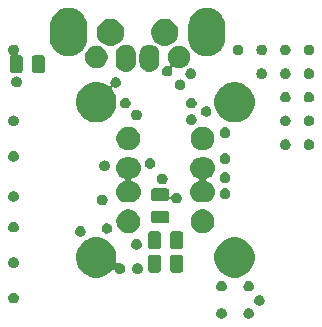
<source format=gbr>
G04 #@! TF.GenerationSoftware,KiCad,Pcbnew,(5.1.4)-1*
G04 #@! TF.CreationDate,2019-10-26T17:50:02-04:00*
G04 #@! TF.ProjectId,usb-vertical-splitter,7573622d-7665-4727-9469-63616c2d7370,0*
G04 #@! TF.SameCoordinates,Original*
G04 #@! TF.FileFunction,Soldermask,Top*
G04 #@! TF.FilePolarity,Negative*
%FSLAX46Y46*%
G04 Gerber Fmt 4.6, Leading zero omitted, Abs format (unit mm)*
G04 Created by KiCad (PCBNEW (5.1.4)-1) date 2019-10-26 17:50:02*
%MOMM*%
%LPD*%
G04 APERTURE LIST*
%ADD10C,0.100000*%
G04 APERTURE END LIST*
D10*
G36*
X145031552Y-112866331D02*
G01*
X145113627Y-112900328D01*
X145113629Y-112900329D01*
X145150813Y-112925175D01*
X145187495Y-112949685D01*
X145250315Y-113012505D01*
X145299672Y-113086373D01*
X145333669Y-113168448D01*
X145351000Y-113255579D01*
X145351000Y-113344421D01*
X145333669Y-113431552D01*
X145299672Y-113513627D01*
X145299671Y-113513629D01*
X145250314Y-113587496D01*
X145187496Y-113650314D01*
X145113629Y-113699671D01*
X145113628Y-113699672D01*
X145113627Y-113699672D01*
X145031552Y-113733669D01*
X144944421Y-113751000D01*
X144855579Y-113751000D01*
X144768448Y-113733669D01*
X144686373Y-113699672D01*
X144686372Y-113699672D01*
X144686371Y-113699671D01*
X144612504Y-113650314D01*
X144549686Y-113587496D01*
X144500329Y-113513629D01*
X144500328Y-113513627D01*
X144466331Y-113431552D01*
X144449000Y-113344421D01*
X144449000Y-113255579D01*
X144466331Y-113168448D01*
X144500328Y-113086373D01*
X144549685Y-113012505D01*
X144612505Y-112949685D01*
X144649187Y-112925175D01*
X144686371Y-112900329D01*
X144686373Y-112900328D01*
X144768448Y-112866331D01*
X144855579Y-112849000D01*
X144944421Y-112849000D01*
X145031552Y-112866331D01*
X145031552Y-112866331D01*
G37*
G36*
X142731552Y-112866331D02*
G01*
X142813627Y-112900328D01*
X142813629Y-112900329D01*
X142850813Y-112925175D01*
X142887495Y-112949685D01*
X142950315Y-113012505D01*
X142999672Y-113086373D01*
X143033669Y-113168448D01*
X143051000Y-113255579D01*
X143051000Y-113344421D01*
X143033669Y-113431552D01*
X142999672Y-113513627D01*
X142999671Y-113513629D01*
X142950314Y-113587496D01*
X142887496Y-113650314D01*
X142813629Y-113699671D01*
X142813628Y-113699672D01*
X142813627Y-113699672D01*
X142731552Y-113733669D01*
X142644421Y-113751000D01*
X142555579Y-113751000D01*
X142468448Y-113733669D01*
X142386373Y-113699672D01*
X142386372Y-113699672D01*
X142386371Y-113699671D01*
X142312504Y-113650314D01*
X142249686Y-113587496D01*
X142200329Y-113513629D01*
X142200328Y-113513627D01*
X142166331Y-113431552D01*
X142149000Y-113344421D01*
X142149000Y-113255579D01*
X142166331Y-113168448D01*
X142200328Y-113086373D01*
X142249685Y-113012505D01*
X142312505Y-112949685D01*
X142349187Y-112925175D01*
X142386371Y-112900329D01*
X142386373Y-112900328D01*
X142468448Y-112866331D01*
X142555579Y-112849000D01*
X142644421Y-112849000D01*
X142731552Y-112866331D01*
X142731552Y-112866331D01*
G37*
G36*
X145931552Y-111766331D02*
G01*
X146013627Y-111800328D01*
X146013629Y-111800329D01*
X146050813Y-111825175D01*
X146087495Y-111849685D01*
X146150315Y-111912505D01*
X146199672Y-111986373D01*
X146233669Y-112068448D01*
X146251000Y-112155579D01*
X146251000Y-112244421D01*
X146233669Y-112331552D01*
X146205453Y-112399671D01*
X146199671Y-112413629D01*
X146150314Y-112487496D01*
X146087496Y-112550314D01*
X146013629Y-112599671D01*
X146013628Y-112599672D01*
X146013627Y-112599672D01*
X145931552Y-112633669D01*
X145844421Y-112651000D01*
X145755579Y-112651000D01*
X145668448Y-112633669D01*
X145586373Y-112599672D01*
X145586372Y-112599672D01*
X145586371Y-112599671D01*
X145512504Y-112550314D01*
X145449686Y-112487496D01*
X145400329Y-112413629D01*
X145394547Y-112399671D01*
X145366331Y-112331552D01*
X145349000Y-112244421D01*
X145349000Y-112155579D01*
X145366331Y-112068448D01*
X145400328Y-111986373D01*
X145449685Y-111912505D01*
X145512505Y-111849685D01*
X145549187Y-111825175D01*
X145586371Y-111800329D01*
X145586373Y-111800328D01*
X145668448Y-111766331D01*
X145755579Y-111749000D01*
X145844421Y-111749000D01*
X145931552Y-111766331D01*
X145931552Y-111766331D01*
G37*
G36*
X125131552Y-111566331D02*
G01*
X125213627Y-111600328D01*
X125213629Y-111600329D01*
X125287496Y-111649686D01*
X125350314Y-111712504D01*
X125386281Y-111766331D01*
X125399672Y-111786373D01*
X125433669Y-111868448D01*
X125451000Y-111955579D01*
X125451000Y-112044421D01*
X125433669Y-112131552D01*
X125399672Y-112213627D01*
X125399671Y-112213629D01*
X125350314Y-112287496D01*
X125287496Y-112350314D01*
X125213629Y-112399671D01*
X125213628Y-112399672D01*
X125213627Y-112399672D01*
X125131552Y-112433669D01*
X125044421Y-112451000D01*
X124955579Y-112451000D01*
X124868448Y-112433669D01*
X124786373Y-112399672D01*
X124786372Y-112399672D01*
X124786371Y-112399671D01*
X124712504Y-112350314D01*
X124649686Y-112287496D01*
X124600329Y-112213629D01*
X124600328Y-112213627D01*
X124566331Y-112131552D01*
X124549000Y-112044421D01*
X124549000Y-111955579D01*
X124566331Y-111868448D01*
X124600328Y-111786373D01*
X124613720Y-111766331D01*
X124649686Y-111712504D01*
X124712504Y-111649686D01*
X124786371Y-111600329D01*
X124786373Y-111600328D01*
X124868448Y-111566331D01*
X124955579Y-111549000D01*
X125044421Y-111549000D01*
X125131552Y-111566331D01*
X125131552Y-111566331D01*
G37*
G36*
X145031552Y-110566331D02*
G01*
X145113627Y-110600328D01*
X145113629Y-110600329D01*
X145150813Y-110625175D01*
X145187495Y-110649685D01*
X145250315Y-110712505D01*
X145299672Y-110786373D01*
X145333669Y-110868448D01*
X145351000Y-110955579D01*
X145351000Y-111044421D01*
X145333669Y-111131552D01*
X145299672Y-111213627D01*
X145299671Y-111213629D01*
X145250314Y-111287496D01*
X145187496Y-111350314D01*
X145113629Y-111399671D01*
X145113628Y-111399672D01*
X145113627Y-111399672D01*
X145031552Y-111433669D01*
X144944421Y-111451000D01*
X144855579Y-111451000D01*
X144768448Y-111433669D01*
X144686373Y-111399672D01*
X144686372Y-111399672D01*
X144686371Y-111399671D01*
X144612504Y-111350314D01*
X144549686Y-111287496D01*
X144500329Y-111213629D01*
X144500328Y-111213627D01*
X144466331Y-111131552D01*
X144449000Y-111044421D01*
X144449000Y-110955579D01*
X144466331Y-110868448D01*
X144500328Y-110786373D01*
X144549685Y-110712505D01*
X144612505Y-110649685D01*
X144649187Y-110625175D01*
X144686371Y-110600329D01*
X144686373Y-110600328D01*
X144768448Y-110566331D01*
X144855579Y-110549000D01*
X144944421Y-110549000D01*
X145031552Y-110566331D01*
X145031552Y-110566331D01*
G37*
G36*
X142731552Y-110566331D02*
G01*
X142813627Y-110600328D01*
X142813629Y-110600329D01*
X142850813Y-110625175D01*
X142887495Y-110649685D01*
X142950315Y-110712505D01*
X142999672Y-110786373D01*
X143033669Y-110868448D01*
X143051000Y-110955579D01*
X143051000Y-111044421D01*
X143033669Y-111131552D01*
X142999672Y-111213627D01*
X142999671Y-111213629D01*
X142950314Y-111287496D01*
X142887496Y-111350314D01*
X142813629Y-111399671D01*
X142813628Y-111399672D01*
X142813627Y-111399672D01*
X142731552Y-111433669D01*
X142644421Y-111451000D01*
X142555579Y-111451000D01*
X142468448Y-111433669D01*
X142386373Y-111399672D01*
X142386372Y-111399672D01*
X142386371Y-111399671D01*
X142312504Y-111350314D01*
X142249686Y-111287496D01*
X142200329Y-111213629D01*
X142200328Y-111213627D01*
X142166331Y-111131552D01*
X142149000Y-111044421D01*
X142149000Y-110955579D01*
X142166331Y-110868448D01*
X142200328Y-110786373D01*
X142249685Y-110712505D01*
X142312505Y-110649685D01*
X142349187Y-110625175D01*
X142386371Y-110600329D01*
X142386373Y-110600328D01*
X142468448Y-110566331D01*
X142555579Y-110549000D01*
X142644421Y-110549000D01*
X142731552Y-110566331D01*
X142731552Y-110566331D01*
G37*
G36*
X144206162Y-106934368D02*
G01*
X144515724Y-107062593D01*
X144608170Y-107124363D01*
X144794324Y-107248747D01*
X145031253Y-107485676D01*
X145037096Y-107494421D01*
X145217407Y-107764276D01*
X145345632Y-108073838D01*
X145411000Y-108402465D01*
X145411000Y-108737535D01*
X145345632Y-109066162D01*
X145217407Y-109375724D01*
X145217406Y-109375725D01*
X145031253Y-109654324D01*
X144794324Y-109891253D01*
X144608170Y-110015637D01*
X144515724Y-110077407D01*
X144206162Y-110205632D01*
X143877535Y-110271000D01*
X143542465Y-110271000D01*
X143213838Y-110205632D01*
X142904276Y-110077407D01*
X142811830Y-110015637D01*
X142625676Y-109891253D01*
X142388747Y-109654324D01*
X142202594Y-109375725D01*
X142202593Y-109375724D01*
X142074368Y-109066162D01*
X142009000Y-108737535D01*
X142009000Y-108402465D01*
X142074368Y-108073838D01*
X142202593Y-107764276D01*
X142382904Y-107494421D01*
X142388747Y-107485676D01*
X142625676Y-107248747D01*
X142811830Y-107124363D01*
X142904276Y-107062593D01*
X143213838Y-106934368D01*
X143542465Y-106869000D01*
X143877535Y-106869000D01*
X144206162Y-106934368D01*
X144206162Y-106934368D01*
G37*
G36*
X132496162Y-106934368D02*
G01*
X132805724Y-107062593D01*
X132898170Y-107124363D01*
X133084324Y-107248747D01*
X133321253Y-107485676D01*
X133327096Y-107494421D01*
X133507407Y-107764276D01*
X133635632Y-108073838D01*
X133701000Y-108402465D01*
X133701000Y-108737535D01*
X133660314Y-108942078D01*
X133657912Y-108966464D01*
X133660314Y-108990850D01*
X133667427Y-109014299D01*
X133678978Y-109035910D01*
X133694523Y-109054852D01*
X133713465Y-109070397D01*
X133735076Y-109081948D01*
X133758525Y-109089061D01*
X133782911Y-109091463D01*
X133807297Y-109089061D01*
X133830746Y-109081948D01*
X133868448Y-109066331D01*
X133955579Y-109049000D01*
X134044421Y-109049000D01*
X134131552Y-109066331D01*
X134213627Y-109100328D01*
X134213629Y-109100329D01*
X134250813Y-109125175D01*
X134287495Y-109149685D01*
X134350315Y-109212505D01*
X134399672Y-109286373D01*
X134433669Y-109368448D01*
X134451000Y-109455579D01*
X134451000Y-109544421D01*
X134433669Y-109631552D01*
X134399672Y-109713627D01*
X134350315Y-109787495D01*
X134287495Y-109850315D01*
X134250813Y-109874825D01*
X134213629Y-109899671D01*
X134213628Y-109899672D01*
X134213627Y-109899672D01*
X134131552Y-109933669D01*
X134044421Y-109951000D01*
X133955579Y-109951000D01*
X133868448Y-109933669D01*
X133786373Y-109899672D01*
X133786372Y-109899672D01*
X133786371Y-109899671D01*
X133749187Y-109874825D01*
X133712505Y-109850315D01*
X133649685Y-109787495D01*
X133600328Y-109713627D01*
X133567860Y-109635242D01*
X133556309Y-109613631D01*
X133540764Y-109594690D01*
X133521822Y-109579144D01*
X133500211Y-109567593D01*
X133476762Y-109560480D01*
X133452376Y-109558078D01*
X133427990Y-109560480D01*
X133404541Y-109567593D01*
X133382930Y-109579144D01*
X133363989Y-109594689D01*
X133348443Y-109613631D01*
X133321253Y-109654324D01*
X133084324Y-109891253D01*
X132898170Y-110015637D01*
X132805724Y-110077407D01*
X132496162Y-110205632D01*
X132167535Y-110271000D01*
X131832465Y-110271000D01*
X131503838Y-110205632D01*
X131194276Y-110077407D01*
X131101830Y-110015637D01*
X130915676Y-109891253D01*
X130678747Y-109654324D01*
X130492594Y-109375725D01*
X130492593Y-109375724D01*
X130364368Y-109066162D01*
X130299000Y-108737535D01*
X130299000Y-108402465D01*
X130364368Y-108073838D01*
X130492593Y-107764276D01*
X130672904Y-107494421D01*
X130678747Y-107485676D01*
X130915676Y-107248747D01*
X131101830Y-107124363D01*
X131194276Y-107062593D01*
X131503838Y-106934368D01*
X131832465Y-106869000D01*
X132167535Y-106869000D01*
X132496162Y-106934368D01*
X132496162Y-106934368D01*
G37*
G36*
X135631552Y-109066331D02*
G01*
X135713627Y-109100328D01*
X135713629Y-109100329D01*
X135750813Y-109125175D01*
X135787495Y-109149685D01*
X135850315Y-109212505D01*
X135899672Y-109286373D01*
X135933669Y-109368448D01*
X135951000Y-109455579D01*
X135951000Y-109544421D01*
X135933669Y-109631552D01*
X135899672Y-109713627D01*
X135850315Y-109787495D01*
X135787495Y-109850315D01*
X135750813Y-109874825D01*
X135713629Y-109899671D01*
X135713628Y-109899672D01*
X135713627Y-109899672D01*
X135631552Y-109933669D01*
X135544421Y-109951000D01*
X135455579Y-109951000D01*
X135368448Y-109933669D01*
X135286373Y-109899672D01*
X135286372Y-109899672D01*
X135286371Y-109899671D01*
X135249187Y-109874825D01*
X135212505Y-109850315D01*
X135149685Y-109787495D01*
X135100328Y-109713627D01*
X135066331Y-109631552D01*
X135049000Y-109544421D01*
X135049000Y-109455579D01*
X135066331Y-109368448D01*
X135100328Y-109286373D01*
X135149685Y-109212505D01*
X135212505Y-109149685D01*
X135249187Y-109125175D01*
X135286371Y-109100329D01*
X135286373Y-109100328D01*
X135368448Y-109066331D01*
X135455579Y-109049000D01*
X135544421Y-109049000D01*
X135631552Y-109066331D01*
X135631552Y-109066331D01*
G37*
G36*
X139171968Y-108353565D02*
G01*
X139210638Y-108365296D01*
X139246277Y-108384346D01*
X139277517Y-108409983D01*
X139303154Y-108441223D01*
X139322204Y-108476862D01*
X139333935Y-108515532D01*
X139338500Y-108561888D01*
X139338500Y-109638112D01*
X139333935Y-109684468D01*
X139322204Y-109723138D01*
X139303154Y-109758777D01*
X139277517Y-109790017D01*
X139246277Y-109815654D01*
X139210638Y-109834704D01*
X139171968Y-109846435D01*
X139125612Y-109851000D01*
X138474388Y-109851000D01*
X138428032Y-109846435D01*
X138389362Y-109834704D01*
X138353723Y-109815654D01*
X138322483Y-109790017D01*
X138296846Y-109758777D01*
X138277796Y-109723138D01*
X138266065Y-109684468D01*
X138261500Y-109638112D01*
X138261500Y-108561888D01*
X138266065Y-108515532D01*
X138277796Y-108476862D01*
X138296846Y-108441223D01*
X138322483Y-108409983D01*
X138353723Y-108384346D01*
X138389362Y-108365296D01*
X138428032Y-108353565D01*
X138474388Y-108349000D01*
X139125612Y-108349000D01*
X139171968Y-108353565D01*
X139171968Y-108353565D01*
G37*
G36*
X137296968Y-108353565D02*
G01*
X137335638Y-108365296D01*
X137371277Y-108384346D01*
X137402517Y-108409983D01*
X137428154Y-108441223D01*
X137447204Y-108476862D01*
X137458935Y-108515532D01*
X137463500Y-108561888D01*
X137463500Y-109638112D01*
X137458935Y-109684468D01*
X137447204Y-109723138D01*
X137428154Y-109758777D01*
X137402517Y-109790017D01*
X137371277Y-109815654D01*
X137335638Y-109834704D01*
X137296968Y-109846435D01*
X137250612Y-109851000D01*
X136599388Y-109851000D01*
X136553032Y-109846435D01*
X136514362Y-109834704D01*
X136478723Y-109815654D01*
X136447483Y-109790017D01*
X136421846Y-109758777D01*
X136402796Y-109723138D01*
X136391065Y-109684468D01*
X136386500Y-109638112D01*
X136386500Y-108561888D01*
X136391065Y-108515532D01*
X136402796Y-108476862D01*
X136421846Y-108441223D01*
X136447483Y-108409983D01*
X136478723Y-108384346D01*
X136514362Y-108365296D01*
X136553032Y-108353565D01*
X136599388Y-108349000D01*
X137250612Y-108349000D01*
X137296968Y-108353565D01*
X137296968Y-108353565D01*
G37*
G36*
X125131552Y-108566331D02*
G01*
X125213627Y-108600328D01*
X125213629Y-108600329D01*
X125240449Y-108618250D01*
X125287495Y-108649685D01*
X125350315Y-108712505D01*
X125399672Y-108786373D01*
X125433669Y-108868448D01*
X125451000Y-108955579D01*
X125451000Y-109044421D01*
X125433669Y-109131552D01*
X125399672Y-109213627D01*
X125351065Y-109286373D01*
X125350314Y-109287496D01*
X125287496Y-109350314D01*
X125213629Y-109399671D01*
X125213628Y-109399672D01*
X125213627Y-109399672D01*
X125131552Y-109433669D01*
X125044421Y-109451000D01*
X124955579Y-109451000D01*
X124868448Y-109433669D01*
X124786373Y-109399672D01*
X124786372Y-109399672D01*
X124786371Y-109399671D01*
X124712504Y-109350314D01*
X124649686Y-109287496D01*
X124648936Y-109286373D01*
X124600328Y-109213627D01*
X124566331Y-109131552D01*
X124549000Y-109044421D01*
X124549000Y-108955579D01*
X124566331Y-108868448D01*
X124600328Y-108786373D01*
X124649685Y-108712505D01*
X124712505Y-108649685D01*
X124759551Y-108618250D01*
X124786371Y-108600329D01*
X124786373Y-108600328D01*
X124868448Y-108566331D01*
X124955579Y-108549000D01*
X125044421Y-108549000D01*
X125131552Y-108566331D01*
X125131552Y-108566331D01*
G37*
G36*
X135531552Y-107016331D02*
G01*
X135613627Y-107050328D01*
X135613629Y-107050329D01*
X135650813Y-107075175D01*
X135687495Y-107099685D01*
X135750315Y-107162505D01*
X135799672Y-107236373D01*
X135833669Y-107318448D01*
X135851000Y-107405579D01*
X135851000Y-107494421D01*
X135833669Y-107581552D01*
X135799672Y-107663627D01*
X135799671Y-107663629D01*
X135785533Y-107684788D01*
X135750315Y-107737495D01*
X135687495Y-107800315D01*
X135650813Y-107824825D01*
X135613629Y-107849671D01*
X135613628Y-107849672D01*
X135613627Y-107849672D01*
X135531552Y-107883669D01*
X135444421Y-107901000D01*
X135355579Y-107901000D01*
X135268448Y-107883669D01*
X135186373Y-107849672D01*
X135186372Y-107849672D01*
X135186371Y-107849671D01*
X135149187Y-107824825D01*
X135112505Y-107800315D01*
X135049685Y-107737495D01*
X135014467Y-107684788D01*
X135000329Y-107663629D01*
X135000328Y-107663627D01*
X134966331Y-107581552D01*
X134949000Y-107494421D01*
X134949000Y-107405579D01*
X134966331Y-107318448D01*
X135000328Y-107236373D01*
X135049685Y-107162505D01*
X135112505Y-107099685D01*
X135149187Y-107075175D01*
X135186371Y-107050329D01*
X135186373Y-107050328D01*
X135268448Y-107016331D01*
X135355579Y-106999000D01*
X135444421Y-106999000D01*
X135531552Y-107016331D01*
X135531552Y-107016331D01*
G37*
G36*
X139171968Y-106353565D02*
G01*
X139210638Y-106365296D01*
X139246277Y-106384346D01*
X139277517Y-106409983D01*
X139303154Y-106441223D01*
X139322204Y-106476862D01*
X139333935Y-106515532D01*
X139338500Y-106561888D01*
X139338500Y-107638112D01*
X139333935Y-107684468D01*
X139322204Y-107723138D01*
X139303154Y-107758777D01*
X139277517Y-107790017D01*
X139246277Y-107815654D01*
X139210638Y-107834704D01*
X139171968Y-107846435D01*
X139125612Y-107851000D01*
X138474388Y-107851000D01*
X138428032Y-107846435D01*
X138389362Y-107834704D01*
X138353723Y-107815654D01*
X138322483Y-107790017D01*
X138296846Y-107758777D01*
X138277796Y-107723138D01*
X138266065Y-107684468D01*
X138261500Y-107638112D01*
X138261500Y-106561888D01*
X138266065Y-106515532D01*
X138277796Y-106476862D01*
X138296846Y-106441223D01*
X138322483Y-106409983D01*
X138353723Y-106384346D01*
X138389362Y-106365296D01*
X138428032Y-106353565D01*
X138474388Y-106349000D01*
X139125612Y-106349000D01*
X139171968Y-106353565D01*
X139171968Y-106353565D01*
G37*
G36*
X137296968Y-106353565D02*
G01*
X137335638Y-106365296D01*
X137371277Y-106384346D01*
X137402517Y-106409983D01*
X137428154Y-106441223D01*
X137447204Y-106476862D01*
X137458935Y-106515532D01*
X137463500Y-106561888D01*
X137463500Y-107638112D01*
X137458935Y-107684468D01*
X137447204Y-107723138D01*
X137428154Y-107758777D01*
X137402517Y-107790017D01*
X137371277Y-107815654D01*
X137335638Y-107834704D01*
X137296968Y-107846435D01*
X137250612Y-107851000D01*
X136599388Y-107851000D01*
X136553032Y-107846435D01*
X136514362Y-107834704D01*
X136478723Y-107815654D01*
X136447483Y-107790017D01*
X136421846Y-107758777D01*
X136402796Y-107723138D01*
X136391065Y-107684468D01*
X136386500Y-107638112D01*
X136386500Y-106561888D01*
X136391065Y-106515532D01*
X136402796Y-106476862D01*
X136421846Y-106441223D01*
X136447483Y-106409983D01*
X136478723Y-106384346D01*
X136514362Y-106365296D01*
X136553032Y-106353565D01*
X136599388Y-106349000D01*
X137250612Y-106349000D01*
X137296968Y-106353565D01*
X137296968Y-106353565D01*
G37*
G36*
X130781552Y-105916331D02*
G01*
X130863627Y-105950328D01*
X130863629Y-105950329D01*
X130890746Y-105968448D01*
X130937495Y-105999685D01*
X131000315Y-106062505D01*
X131049672Y-106136373D01*
X131083669Y-106218448D01*
X131101000Y-106305579D01*
X131101000Y-106394421D01*
X131083669Y-106481552D01*
X131062081Y-106533669D01*
X131049671Y-106563629D01*
X131000314Y-106637496D01*
X130937496Y-106700314D01*
X130863629Y-106749671D01*
X130863628Y-106749672D01*
X130863627Y-106749672D01*
X130781552Y-106783669D01*
X130694421Y-106801000D01*
X130605579Y-106801000D01*
X130518448Y-106783669D01*
X130436373Y-106749672D01*
X130436372Y-106749672D01*
X130436371Y-106749671D01*
X130362504Y-106700314D01*
X130299686Y-106637496D01*
X130250329Y-106563629D01*
X130237919Y-106533669D01*
X130216331Y-106481552D01*
X130199000Y-106394421D01*
X130199000Y-106305579D01*
X130216331Y-106218448D01*
X130250328Y-106136373D01*
X130299685Y-106062505D01*
X130362505Y-105999685D01*
X130409254Y-105968448D01*
X130436371Y-105950329D01*
X130436373Y-105950328D01*
X130518448Y-105916331D01*
X130605579Y-105899000D01*
X130694421Y-105899000D01*
X130781552Y-105916331D01*
X130781552Y-105916331D01*
G37*
G36*
X133031552Y-105666331D02*
G01*
X133113627Y-105700328D01*
X133113629Y-105700329D01*
X133131850Y-105712504D01*
X133187495Y-105749685D01*
X133250315Y-105812505D01*
X133299672Y-105886373D01*
X133333669Y-105968448D01*
X133351000Y-106055579D01*
X133351000Y-106144421D01*
X133333669Y-106231552D01*
X133299672Y-106313627D01*
X133250315Y-106387495D01*
X133187495Y-106450315D01*
X133169211Y-106462532D01*
X133113629Y-106499671D01*
X133113628Y-106499672D01*
X133113627Y-106499672D01*
X133031552Y-106533669D01*
X132944421Y-106551000D01*
X132855579Y-106551000D01*
X132768448Y-106533669D01*
X132686373Y-106499672D01*
X132686372Y-106499672D01*
X132686371Y-106499671D01*
X132630789Y-106462532D01*
X132612505Y-106450315D01*
X132549685Y-106387495D01*
X132500328Y-106313627D01*
X132466331Y-106231552D01*
X132449000Y-106144421D01*
X132449000Y-106055579D01*
X132466331Y-105968448D01*
X132500328Y-105886373D01*
X132549685Y-105812505D01*
X132612505Y-105749685D01*
X132668150Y-105712504D01*
X132686371Y-105700329D01*
X132686373Y-105700328D01*
X132768448Y-105666331D01*
X132855579Y-105649000D01*
X132944421Y-105649000D01*
X133031552Y-105666331D01*
X133031552Y-105666331D01*
G37*
G36*
X141291981Y-104537468D02*
G01*
X141474151Y-104612926D01*
X141638100Y-104722473D01*
X141777527Y-104861900D01*
X141887074Y-105025849D01*
X141887075Y-105025851D01*
X141962532Y-105208020D01*
X142001000Y-105401409D01*
X142001000Y-105598591D01*
X141994628Y-105630623D01*
X141962532Y-105791981D01*
X141930858Y-105868448D01*
X141894767Y-105955580D01*
X141887074Y-105974151D01*
X141777527Y-106138100D01*
X141638100Y-106277527D01*
X141474151Y-106387074D01*
X141474150Y-106387075D01*
X141474149Y-106387075D01*
X141443737Y-106399672D01*
X141291981Y-106462532D01*
X141261158Y-106468663D01*
X141098591Y-106501000D01*
X140901409Y-106501000D01*
X140738842Y-106468663D01*
X140708019Y-106462532D01*
X140556263Y-106399672D01*
X140525851Y-106387075D01*
X140525850Y-106387075D01*
X140525849Y-106387074D01*
X140361900Y-106277527D01*
X140222473Y-106138100D01*
X140112926Y-105974151D01*
X140105234Y-105955580D01*
X140069142Y-105868448D01*
X140037468Y-105791981D01*
X140005372Y-105630623D01*
X139999000Y-105598591D01*
X139999000Y-105401409D01*
X140037468Y-105208020D01*
X140112925Y-105025851D01*
X140112926Y-105025849D01*
X140222473Y-104861900D01*
X140361900Y-104722473D01*
X140525849Y-104612926D01*
X140708019Y-104537468D01*
X140901409Y-104499000D01*
X141098591Y-104499000D01*
X141291981Y-104537468D01*
X141291981Y-104537468D01*
G37*
G36*
X135001981Y-104537468D02*
G01*
X135184151Y-104612926D01*
X135348100Y-104722473D01*
X135487527Y-104861900D01*
X135597074Y-105025849D01*
X135597075Y-105025851D01*
X135672532Y-105208020D01*
X135711000Y-105401409D01*
X135711000Y-105598591D01*
X135704628Y-105630623D01*
X135672532Y-105791981D01*
X135640858Y-105868448D01*
X135604767Y-105955580D01*
X135597074Y-105974151D01*
X135487527Y-106138100D01*
X135348100Y-106277527D01*
X135184151Y-106387074D01*
X135184150Y-106387075D01*
X135184149Y-106387075D01*
X135153737Y-106399672D01*
X135001981Y-106462532D01*
X134971158Y-106468663D01*
X134808591Y-106501000D01*
X134611409Y-106501000D01*
X134448842Y-106468663D01*
X134418019Y-106462532D01*
X134266263Y-106399672D01*
X134235851Y-106387075D01*
X134235850Y-106387075D01*
X134235849Y-106387074D01*
X134071900Y-106277527D01*
X133932473Y-106138100D01*
X133822926Y-105974151D01*
X133815234Y-105955580D01*
X133779142Y-105868448D01*
X133747468Y-105791981D01*
X133715372Y-105630623D01*
X133709000Y-105598591D01*
X133709000Y-105401409D01*
X133747468Y-105208020D01*
X133822925Y-105025851D01*
X133822926Y-105025849D01*
X133932473Y-104861900D01*
X134071900Y-104722473D01*
X134235849Y-104612926D01*
X134418019Y-104537468D01*
X134611409Y-104499000D01*
X134808591Y-104499000D01*
X135001981Y-104537468D01*
X135001981Y-104537468D01*
G37*
G36*
X125131552Y-105566331D02*
G01*
X125213627Y-105600328D01*
X125213629Y-105600329D01*
X125235611Y-105615017D01*
X125287495Y-105649685D01*
X125350315Y-105712505D01*
X125399672Y-105786373D01*
X125433669Y-105868448D01*
X125451000Y-105955579D01*
X125451000Y-106044421D01*
X125433669Y-106131552D01*
X125399672Y-106213627D01*
X125350315Y-106287495D01*
X125287495Y-106350315D01*
X125265074Y-106365296D01*
X125213629Y-106399671D01*
X125213628Y-106399672D01*
X125213627Y-106399672D01*
X125131552Y-106433669D01*
X125044421Y-106451000D01*
X124955579Y-106451000D01*
X124868448Y-106433669D01*
X124786373Y-106399672D01*
X124786372Y-106399672D01*
X124786371Y-106399671D01*
X124734926Y-106365296D01*
X124712505Y-106350315D01*
X124649685Y-106287495D01*
X124600328Y-106213627D01*
X124566331Y-106131552D01*
X124549000Y-106044421D01*
X124549000Y-105955579D01*
X124566331Y-105868448D01*
X124600328Y-105786373D01*
X124649685Y-105712505D01*
X124712505Y-105649685D01*
X124764389Y-105615017D01*
X124786371Y-105600329D01*
X124786373Y-105600328D01*
X124868448Y-105566331D01*
X124955579Y-105549000D01*
X125044421Y-105549000D01*
X125131552Y-105566331D01*
X125131552Y-105566331D01*
G37*
G36*
X137984468Y-104603565D02*
G01*
X138023138Y-104615296D01*
X138058777Y-104634346D01*
X138090017Y-104659983D01*
X138115654Y-104691223D01*
X138134704Y-104726862D01*
X138146435Y-104765532D01*
X138151000Y-104811888D01*
X138151000Y-105463112D01*
X138146435Y-105509468D01*
X138134704Y-105548138D01*
X138115654Y-105583777D01*
X138090017Y-105615017D01*
X138058777Y-105640654D01*
X138023138Y-105659704D01*
X137984468Y-105671435D01*
X137938112Y-105676000D01*
X136861888Y-105676000D01*
X136815532Y-105671435D01*
X136776862Y-105659704D01*
X136741223Y-105640654D01*
X136709983Y-105615017D01*
X136684346Y-105583777D01*
X136665296Y-105548138D01*
X136653565Y-105509468D01*
X136649000Y-105463112D01*
X136649000Y-104811888D01*
X136653565Y-104765532D01*
X136665296Y-104726862D01*
X136684346Y-104691223D01*
X136709983Y-104659983D01*
X136741223Y-104634346D01*
X136776862Y-104615296D01*
X136815532Y-104603565D01*
X136861888Y-104599000D01*
X137938112Y-104599000D01*
X137984468Y-104603565D01*
X137984468Y-104603565D01*
G37*
G36*
X132631552Y-103266331D02*
G01*
X132713627Y-103300328D01*
X132713629Y-103300329D01*
X132727939Y-103309891D01*
X132787495Y-103349685D01*
X132850315Y-103412505D01*
X132899672Y-103486373D01*
X132933669Y-103568448D01*
X132951000Y-103655579D01*
X132951000Y-103744421D01*
X132933669Y-103831552D01*
X132905186Y-103900314D01*
X132899671Y-103913629D01*
X132850314Y-103987496D01*
X132787496Y-104050314D01*
X132713629Y-104099671D01*
X132713628Y-104099672D01*
X132713627Y-104099672D01*
X132631552Y-104133669D01*
X132544421Y-104151000D01*
X132455579Y-104151000D01*
X132368448Y-104133669D01*
X132286373Y-104099672D01*
X132286372Y-104099672D01*
X132286371Y-104099671D01*
X132212504Y-104050314D01*
X132149686Y-103987496D01*
X132100329Y-103913629D01*
X132094814Y-103900314D01*
X132066331Y-103831552D01*
X132049000Y-103744421D01*
X132049000Y-103655579D01*
X132066331Y-103568448D01*
X132100328Y-103486373D01*
X132149685Y-103412505D01*
X132212505Y-103349685D01*
X132272061Y-103309891D01*
X132286371Y-103300329D01*
X132286373Y-103300328D01*
X132368448Y-103266331D01*
X132455579Y-103249000D01*
X132544421Y-103249000D01*
X132631552Y-103266331D01*
X132631552Y-103266331D01*
G37*
G36*
X137984468Y-102728565D02*
G01*
X138023138Y-102740296D01*
X138058777Y-102759346D01*
X138090017Y-102784983D01*
X138115654Y-102816223D01*
X138134704Y-102851862D01*
X138146435Y-102890532D01*
X138151000Y-102936888D01*
X138151000Y-103309891D01*
X138153402Y-103334277D01*
X138160515Y-103357726D01*
X138172066Y-103379337D01*
X138187611Y-103398279D01*
X138206553Y-103413824D01*
X138228164Y-103425375D01*
X138251613Y-103432488D01*
X138275999Y-103434890D01*
X138300385Y-103432488D01*
X138323834Y-103425375D01*
X138345445Y-103413824D01*
X138364387Y-103398279D01*
X138379932Y-103379337D01*
X138391483Y-103357727D01*
X138400329Y-103336371D01*
X138449685Y-103262505D01*
X138512505Y-103199685D01*
X138549187Y-103175175D01*
X138586371Y-103150329D01*
X138586373Y-103150328D01*
X138668448Y-103116331D01*
X138755579Y-103099000D01*
X138844421Y-103099000D01*
X138931552Y-103116331D01*
X139013627Y-103150328D01*
X139013629Y-103150329D01*
X139050813Y-103175175D01*
X139079617Y-103194421D01*
X139087496Y-103199686D01*
X139150314Y-103262504D01*
X139198272Y-103334277D01*
X139199672Y-103336373D01*
X139233669Y-103418448D01*
X139251000Y-103505579D01*
X139251000Y-103594421D01*
X139233669Y-103681552D01*
X139207628Y-103744420D01*
X139199671Y-103763629D01*
X139185589Y-103784704D01*
X139150315Y-103837495D01*
X139087495Y-103900315D01*
X139067572Y-103913627D01*
X139013629Y-103949671D01*
X139013628Y-103949672D01*
X139013627Y-103949672D01*
X138931552Y-103983669D01*
X138844421Y-104001000D01*
X138755579Y-104001000D01*
X138668448Y-103983669D01*
X138586373Y-103949672D01*
X138586372Y-103949672D01*
X138586371Y-103949671D01*
X138532428Y-103913627D01*
X138512505Y-103900315D01*
X138449685Y-103837495D01*
X138414411Y-103784704D01*
X138400329Y-103763629D01*
X138392372Y-103744420D01*
X138364378Y-103676836D01*
X138352827Y-103655225D01*
X138337282Y-103636283D01*
X138318340Y-103620738D01*
X138296729Y-103609187D01*
X138273280Y-103602074D01*
X138248894Y-103599672D01*
X138224508Y-103602074D01*
X138201059Y-103609187D01*
X138179448Y-103620738D01*
X138160506Y-103636283D01*
X138138655Y-103665746D01*
X138115653Y-103708778D01*
X138090017Y-103740017D01*
X138058777Y-103765654D01*
X138023138Y-103784704D01*
X137984468Y-103796435D01*
X137938112Y-103801000D01*
X136861888Y-103801000D01*
X136815532Y-103796435D01*
X136776862Y-103784704D01*
X136741223Y-103765654D01*
X136709983Y-103740017D01*
X136684346Y-103708777D01*
X136665296Y-103673138D01*
X136653565Y-103634468D01*
X136649000Y-103588112D01*
X136649000Y-102936888D01*
X136653565Y-102890532D01*
X136665296Y-102851862D01*
X136684346Y-102816223D01*
X136709983Y-102784983D01*
X136741223Y-102759346D01*
X136776862Y-102740296D01*
X136815532Y-102728565D01*
X136861888Y-102724000D01*
X137938112Y-102724000D01*
X137984468Y-102728565D01*
X137984468Y-102728565D01*
G37*
G36*
X134970443Y-100105519D02*
G01*
X135036627Y-100112037D01*
X135206466Y-100163557D01*
X135362991Y-100247222D01*
X135365993Y-100249686D01*
X135500186Y-100359814D01*
X135560796Y-100433669D01*
X135612778Y-100497009D01*
X135696443Y-100653534D01*
X135747963Y-100823373D01*
X135765359Y-101000000D01*
X135747963Y-101176627D01*
X135696443Y-101346466D01*
X135612778Y-101502991D01*
X135598549Y-101520329D01*
X135500186Y-101640186D01*
X135398729Y-101723448D01*
X135362991Y-101752778D01*
X135206466Y-101836443D01*
X135061608Y-101880385D01*
X135038974Y-101889761D01*
X135018600Y-101903374D01*
X135001273Y-101920701D01*
X134987659Y-101941076D01*
X134978282Y-101963714D01*
X134973501Y-101987748D01*
X134973501Y-102012252D01*
X134978281Y-102036285D01*
X134987659Y-102058924D01*
X135001272Y-102079298D01*
X135018599Y-102096625D01*
X135038974Y-102110239D01*
X135061608Y-102119615D01*
X135206466Y-102163557D01*
X135362991Y-102247222D01*
X135367594Y-102251000D01*
X135500186Y-102359814D01*
X135583448Y-102461271D01*
X135612778Y-102497009D01*
X135696443Y-102653534D01*
X135747963Y-102823373D01*
X135765359Y-103000000D01*
X135747963Y-103176627D01*
X135696443Y-103346466D01*
X135612778Y-103502991D01*
X135610653Y-103505580D01*
X135500186Y-103640186D01*
X135398729Y-103723448D01*
X135362991Y-103752778D01*
X135206466Y-103836443D01*
X135036627Y-103887963D01*
X134970442Y-103894482D01*
X134904260Y-103901000D01*
X134515740Y-103901000D01*
X134449558Y-103894482D01*
X134383373Y-103887963D01*
X134213534Y-103836443D01*
X134057009Y-103752778D01*
X134021271Y-103723448D01*
X133919814Y-103640186D01*
X133809347Y-103505580D01*
X133807222Y-103502991D01*
X133723557Y-103346466D01*
X133672037Y-103176627D01*
X133654641Y-103000000D01*
X133672037Y-102823373D01*
X133723557Y-102653534D01*
X133807222Y-102497009D01*
X133836552Y-102461271D01*
X133919814Y-102359814D01*
X134052406Y-102251000D01*
X134057009Y-102247222D01*
X134213534Y-102163557D01*
X134358392Y-102119615D01*
X134381026Y-102110239D01*
X134401400Y-102096626D01*
X134418727Y-102079299D01*
X134432341Y-102058924D01*
X134441718Y-102036286D01*
X134446499Y-102012252D01*
X134446499Y-101987748D01*
X134441719Y-101963715D01*
X134432341Y-101941076D01*
X134418728Y-101920702D01*
X134401401Y-101903375D01*
X134381026Y-101889761D01*
X134358392Y-101880385D01*
X134213534Y-101836443D01*
X134057009Y-101752778D01*
X134021271Y-101723448D01*
X133919814Y-101640186D01*
X133821451Y-101520329D01*
X133807222Y-101502991D01*
X133723557Y-101346466D01*
X133672037Y-101176627D01*
X133654641Y-101000000D01*
X133672037Y-100823373D01*
X133723557Y-100653534D01*
X133807222Y-100497009D01*
X133859204Y-100433669D01*
X133919814Y-100359814D01*
X134054007Y-100249686D01*
X134057009Y-100247222D01*
X134213534Y-100163557D01*
X134383373Y-100112037D01*
X134449557Y-100105519D01*
X134515740Y-100099000D01*
X134904260Y-100099000D01*
X134970443Y-100105519D01*
X134970443Y-100105519D01*
G37*
G36*
X141260443Y-100105519D02*
G01*
X141326627Y-100112037D01*
X141496466Y-100163557D01*
X141652991Y-100247222D01*
X141655993Y-100249686D01*
X141790186Y-100359814D01*
X141850796Y-100433669D01*
X141902778Y-100497009D01*
X141986443Y-100653534D01*
X142037963Y-100823373D01*
X142055359Y-101000000D01*
X142037963Y-101176627D01*
X141986443Y-101346466D01*
X141902778Y-101502991D01*
X141888549Y-101520329D01*
X141790186Y-101640186D01*
X141688729Y-101723448D01*
X141652991Y-101752778D01*
X141496466Y-101836443D01*
X141351608Y-101880385D01*
X141328974Y-101889761D01*
X141308600Y-101903374D01*
X141291273Y-101920701D01*
X141277659Y-101941076D01*
X141268282Y-101963714D01*
X141263501Y-101987748D01*
X141263501Y-102012252D01*
X141268281Y-102036285D01*
X141277659Y-102058924D01*
X141291272Y-102079298D01*
X141308599Y-102096625D01*
X141328974Y-102110239D01*
X141351608Y-102119615D01*
X141496466Y-102163557D01*
X141652991Y-102247222D01*
X141657594Y-102251000D01*
X141790186Y-102359814D01*
X141873448Y-102461271D01*
X141902778Y-102497009D01*
X141986443Y-102653534D01*
X142037963Y-102823373D01*
X142055359Y-103000000D01*
X142037963Y-103176627D01*
X141986443Y-103346466D01*
X141902778Y-103502991D01*
X141900653Y-103505580D01*
X141790186Y-103640186D01*
X141688729Y-103723448D01*
X141652991Y-103752778D01*
X141496466Y-103836443D01*
X141326627Y-103887963D01*
X141260442Y-103894482D01*
X141194260Y-103901000D01*
X140805740Y-103901000D01*
X140739558Y-103894482D01*
X140673373Y-103887963D01*
X140503534Y-103836443D01*
X140347009Y-103752778D01*
X140311271Y-103723448D01*
X140209814Y-103640186D01*
X140099347Y-103505580D01*
X140097222Y-103502991D01*
X140013557Y-103346466D01*
X139962037Y-103176627D01*
X139944641Y-103000000D01*
X139962037Y-102823373D01*
X140013557Y-102653534D01*
X140097222Y-102497009D01*
X140126552Y-102461271D01*
X140209814Y-102359814D01*
X140342406Y-102251000D01*
X140347009Y-102247222D01*
X140503534Y-102163557D01*
X140648392Y-102119615D01*
X140671026Y-102110239D01*
X140691400Y-102096626D01*
X140708727Y-102079299D01*
X140722341Y-102058924D01*
X140731718Y-102036286D01*
X140736499Y-102012252D01*
X140736499Y-101987748D01*
X140731719Y-101963715D01*
X140722341Y-101941076D01*
X140708728Y-101920702D01*
X140691401Y-101903375D01*
X140671026Y-101889761D01*
X140648392Y-101880385D01*
X140503534Y-101836443D01*
X140347009Y-101752778D01*
X140311271Y-101723448D01*
X140209814Y-101640186D01*
X140111451Y-101520329D01*
X140097222Y-101502991D01*
X140013557Y-101346466D01*
X139962037Y-101176627D01*
X139944641Y-101000000D01*
X139962037Y-100823373D01*
X140013557Y-100653534D01*
X140097222Y-100497009D01*
X140149204Y-100433669D01*
X140209814Y-100359814D01*
X140344007Y-100249686D01*
X140347009Y-100247222D01*
X140503534Y-100163557D01*
X140673373Y-100112037D01*
X140739557Y-100105519D01*
X140805740Y-100099000D01*
X141194260Y-100099000D01*
X141260443Y-100105519D01*
X141260443Y-100105519D01*
G37*
G36*
X125131552Y-102966331D02*
G01*
X125196539Y-102993250D01*
X125213629Y-103000329D01*
X125240746Y-103018448D01*
X125287495Y-103049685D01*
X125350315Y-103112505D01*
X125399672Y-103186373D01*
X125433669Y-103268448D01*
X125451000Y-103355579D01*
X125451000Y-103444421D01*
X125433669Y-103531552D01*
X125407628Y-103594420D01*
X125399671Y-103613629D01*
X125385533Y-103634788D01*
X125350315Y-103687495D01*
X125287495Y-103750315D01*
X125250813Y-103774825D01*
X125213629Y-103799671D01*
X125213628Y-103799672D01*
X125213627Y-103799672D01*
X125131552Y-103833669D01*
X125044421Y-103851000D01*
X124955579Y-103851000D01*
X124868448Y-103833669D01*
X124786373Y-103799672D01*
X124786372Y-103799672D01*
X124786371Y-103799671D01*
X124749187Y-103774825D01*
X124712505Y-103750315D01*
X124649685Y-103687495D01*
X124614467Y-103634788D01*
X124600329Y-103613629D01*
X124592372Y-103594420D01*
X124566331Y-103531552D01*
X124549000Y-103444421D01*
X124549000Y-103355579D01*
X124566331Y-103268448D01*
X124600328Y-103186373D01*
X124649685Y-103112505D01*
X124712505Y-103049685D01*
X124759254Y-103018448D01*
X124786371Y-103000329D01*
X124803461Y-102993250D01*
X124868448Y-102966331D01*
X124955579Y-102949000D01*
X125044421Y-102949000D01*
X125131552Y-102966331D01*
X125131552Y-102966331D01*
G37*
G36*
X143031552Y-102716331D02*
G01*
X143113627Y-102750328D01*
X143113629Y-102750329D01*
X143142136Y-102769377D01*
X143187495Y-102799685D01*
X143250315Y-102862505D01*
X143299672Y-102936373D01*
X143333669Y-103018448D01*
X143351000Y-103105579D01*
X143351000Y-103194421D01*
X143333669Y-103281552D01*
X143299672Y-103363627D01*
X143250315Y-103437495D01*
X143187495Y-103500315D01*
X143179615Y-103505580D01*
X143113629Y-103549671D01*
X143113628Y-103549672D01*
X143113627Y-103549672D01*
X143031552Y-103583669D01*
X142944421Y-103601000D01*
X142855579Y-103601000D01*
X142768448Y-103583669D01*
X142686373Y-103549672D01*
X142686372Y-103549672D01*
X142686371Y-103549671D01*
X142620385Y-103505580D01*
X142612505Y-103500315D01*
X142549685Y-103437495D01*
X142500328Y-103363627D01*
X142466331Y-103281552D01*
X142449000Y-103194421D01*
X142449000Y-103105579D01*
X142466331Y-103018448D01*
X142500328Y-102936373D01*
X142549685Y-102862505D01*
X142612505Y-102799685D01*
X142657864Y-102769377D01*
X142686371Y-102750329D01*
X142686373Y-102750328D01*
X142768448Y-102716331D01*
X142855579Y-102699000D01*
X142944421Y-102699000D01*
X143031552Y-102716331D01*
X143031552Y-102716331D01*
G37*
G36*
X137711552Y-101486331D02*
G01*
X137793627Y-101520328D01*
X137793629Y-101520329D01*
X137830813Y-101545175D01*
X137867495Y-101569685D01*
X137930315Y-101632505D01*
X137979672Y-101706373D01*
X138013669Y-101788448D01*
X138031000Y-101875579D01*
X138031000Y-101964421D01*
X138013669Y-102051552D01*
X137988615Y-102112037D01*
X137979671Y-102133629D01*
X137930314Y-102207496D01*
X137867496Y-102270314D01*
X137793629Y-102319671D01*
X137793628Y-102319672D01*
X137793627Y-102319672D01*
X137711552Y-102353669D01*
X137624421Y-102371000D01*
X137535579Y-102371000D01*
X137448448Y-102353669D01*
X137366373Y-102319672D01*
X137366372Y-102319672D01*
X137366371Y-102319671D01*
X137292504Y-102270314D01*
X137229686Y-102207496D01*
X137180329Y-102133629D01*
X137171385Y-102112037D01*
X137146331Y-102051552D01*
X137129000Y-101964421D01*
X137129000Y-101875579D01*
X137146331Y-101788448D01*
X137180328Y-101706373D01*
X137229685Y-101632505D01*
X137292505Y-101569685D01*
X137329187Y-101545175D01*
X137366371Y-101520329D01*
X137366373Y-101520328D01*
X137448448Y-101486331D01*
X137535579Y-101469000D01*
X137624421Y-101469000D01*
X137711552Y-101486331D01*
X137711552Y-101486331D01*
G37*
G36*
X143031552Y-101366331D02*
G01*
X143113627Y-101400328D01*
X143113629Y-101400329D01*
X143187496Y-101449686D01*
X143250314Y-101512504D01*
X143288522Y-101569685D01*
X143299672Y-101586373D01*
X143333669Y-101668448D01*
X143351000Y-101755579D01*
X143351000Y-101844421D01*
X143333669Y-101931552D01*
X143299672Y-102013627D01*
X143299671Y-102013629D01*
X143284532Y-102036286D01*
X143269406Y-102058924D01*
X143250314Y-102087496D01*
X143187496Y-102150314D01*
X143113629Y-102199671D01*
X143113628Y-102199672D01*
X143113627Y-102199672D01*
X143031552Y-102233669D01*
X142944421Y-102251000D01*
X142855579Y-102251000D01*
X142768448Y-102233669D01*
X142686373Y-102199672D01*
X142686372Y-102199672D01*
X142686371Y-102199671D01*
X142612504Y-102150314D01*
X142549686Y-102087496D01*
X142530595Y-102058924D01*
X142515468Y-102036286D01*
X142500329Y-102013629D01*
X142500328Y-102013627D01*
X142466331Y-101931552D01*
X142449000Y-101844421D01*
X142449000Y-101755579D01*
X142466331Y-101668448D01*
X142500328Y-101586373D01*
X142511479Y-101569685D01*
X142549686Y-101512504D01*
X142612504Y-101449686D01*
X142686371Y-101400329D01*
X142686373Y-101400328D01*
X142768448Y-101366331D01*
X142855579Y-101349000D01*
X142944421Y-101349000D01*
X143031552Y-101366331D01*
X143031552Y-101366331D01*
G37*
G36*
X132831552Y-100366331D02*
G01*
X132912043Y-100399672D01*
X132913629Y-100400329D01*
X132950813Y-100425175D01*
X132987495Y-100449685D01*
X133050315Y-100512505D01*
X133099672Y-100586373D01*
X133133669Y-100668448D01*
X133151000Y-100755579D01*
X133151000Y-100844421D01*
X133133669Y-100931552D01*
X133099672Y-101013627D01*
X133099671Y-101013629D01*
X133050314Y-101087496D01*
X132987496Y-101150314D01*
X132913629Y-101199671D01*
X132913628Y-101199672D01*
X132913627Y-101199672D01*
X132831552Y-101233669D01*
X132744421Y-101251000D01*
X132655579Y-101251000D01*
X132568448Y-101233669D01*
X132486373Y-101199672D01*
X132486372Y-101199672D01*
X132486371Y-101199671D01*
X132412504Y-101150314D01*
X132349686Y-101087496D01*
X132300329Y-101013629D01*
X132300328Y-101013627D01*
X132266331Y-100931552D01*
X132249000Y-100844421D01*
X132249000Y-100755579D01*
X132266331Y-100668448D01*
X132300328Y-100586373D01*
X132349685Y-100512505D01*
X132412505Y-100449685D01*
X132449187Y-100425175D01*
X132486371Y-100400329D01*
X132487957Y-100399672D01*
X132568448Y-100366331D01*
X132655579Y-100349000D01*
X132744421Y-100349000D01*
X132831552Y-100366331D01*
X132831552Y-100366331D01*
G37*
G36*
X136681552Y-100166331D02*
G01*
X136763627Y-100200328D01*
X136763629Y-100200329D01*
X136800813Y-100225175D01*
X136833809Y-100247222D01*
X136837496Y-100249686D01*
X136900314Y-100312504D01*
X136936281Y-100366331D01*
X136949672Y-100386373D01*
X136983669Y-100468448D01*
X137001000Y-100555579D01*
X137001000Y-100644421D01*
X136983669Y-100731552D01*
X136949672Y-100813627D01*
X136949671Y-100813629D01*
X136900314Y-100887496D01*
X136837496Y-100950314D01*
X136763629Y-100999671D01*
X136763628Y-100999672D01*
X136763627Y-100999672D01*
X136681552Y-101033669D01*
X136594421Y-101051000D01*
X136505579Y-101051000D01*
X136418448Y-101033669D01*
X136336373Y-100999672D01*
X136336372Y-100999672D01*
X136336371Y-100999671D01*
X136262504Y-100950314D01*
X136199686Y-100887496D01*
X136150329Y-100813629D01*
X136150328Y-100813627D01*
X136116331Y-100731552D01*
X136099000Y-100644421D01*
X136099000Y-100555579D01*
X136116331Y-100468448D01*
X136150328Y-100386373D01*
X136163720Y-100366331D01*
X136199686Y-100312504D01*
X136262504Y-100249686D01*
X136266192Y-100247222D01*
X136299187Y-100225175D01*
X136336371Y-100200329D01*
X136336373Y-100200328D01*
X136418448Y-100166331D01*
X136505579Y-100149000D01*
X136594421Y-100149000D01*
X136681552Y-100166331D01*
X136681552Y-100166331D01*
G37*
G36*
X143031552Y-99766331D02*
G01*
X143113627Y-99800328D01*
X143113629Y-99800329D01*
X143150813Y-99825175D01*
X143187495Y-99849685D01*
X143250315Y-99912505D01*
X143299672Y-99986373D01*
X143333669Y-100068448D01*
X143351000Y-100155579D01*
X143351000Y-100244421D01*
X143333669Y-100331552D01*
X143305180Y-100400329D01*
X143299671Y-100413629D01*
X143275579Y-100449685D01*
X143250315Y-100487495D01*
X143187495Y-100550315D01*
X143179615Y-100555580D01*
X143113629Y-100599671D01*
X143113628Y-100599672D01*
X143113627Y-100599672D01*
X143031552Y-100633669D01*
X142944421Y-100651000D01*
X142855579Y-100651000D01*
X142768448Y-100633669D01*
X142686373Y-100599672D01*
X142686372Y-100599672D01*
X142686371Y-100599671D01*
X142620385Y-100555580D01*
X142612505Y-100550315D01*
X142549685Y-100487495D01*
X142524421Y-100449685D01*
X142500329Y-100413629D01*
X142494820Y-100400329D01*
X142466331Y-100331552D01*
X142449000Y-100244421D01*
X142449000Y-100155579D01*
X142466331Y-100068448D01*
X142500328Y-99986373D01*
X142549685Y-99912505D01*
X142612505Y-99849685D01*
X142649187Y-99825175D01*
X142686371Y-99800329D01*
X142686373Y-99800328D01*
X142768448Y-99766331D01*
X142855579Y-99749000D01*
X142944421Y-99749000D01*
X143031552Y-99766331D01*
X143031552Y-99766331D01*
G37*
G36*
X125131552Y-99566331D02*
G01*
X125213627Y-99600328D01*
X125213629Y-99600329D01*
X125287496Y-99649686D01*
X125350314Y-99712504D01*
X125386281Y-99766331D01*
X125399672Y-99786373D01*
X125433669Y-99868448D01*
X125451000Y-99955579D01*
X125451000Y-100044421D01*
X125433669Y-100131552D01*
X125399672Y-100213627D01*
X125350315Y-100287495D01*
X125287495Y-100350315D01*
X125273277Y-100359815D01*
X125213629Y-100399671D01*
X125213628Y-100399672D01*
X125213627Y-100399672D01*
X125131552Y-100433669D01*
X125044421Y-100451000D01*
X124955579Y-100451000D01*
X124868448Y-100433669D01*
X124786373Y-100399672D01*
X124786372Y-100399672D01*
X124786371Y-100399671D01*
X124726723Y-100359815D01*
X124712505Y-100350315D01*
X124649685Y-100287495D01*
X124600328Y-100213627D01*
X124566331Y-100131552D01*
X124549000Y-100044421D01*
X124549000Y-99955579D01*
X124566331Y-99868448D01*
X124600328Y-99786373D01*
X124613720Y-99766331D01*
X124649686Y-99712504D01*
X124712504Y-99649686D01*
X124786371Y-99600329D01*
X124786373Y-99600328D01*
X124868448Y-99566331D01*
X124955579Y-99549000D01*
X125044421Y-99549000D01*
X125131552Y-99566331D01*
X125131552Y-99566331D01*
G37*
G36*
X135001981Y-97537468D02*
G01*
X135071664Y-97566332D01*
X135153740Y-97600329D01*
X135184151Y-97612926D01*
X135348100Y-97722473D01*
X135487527Y-97861900D01*
X135597074Y-98025849D01*
X135597075Y-98025851D01*
X135604767Y-98044421D01*
X135672532Y-98208019D01*
X135711000Y-98401410D01*
X135711000Y-98598590D01*
X135673648Y-98786373D01*
X135672532Y-98791980D01*
X135604767Y-98955580D01*
X135597074Y-98974151D01*
X135487527Y-99138100D01*
X135348100Y-99277527D01*
X135184151Y-99387074D01*
X135184150Y-99387075D01*
X135184149Y-99387075D01*
X135153737Y-99399672D01*
X135001981Y-99462532D01*
X134905285Y-99481766D01*
X134808591Y-99501000D01*
X134611409Y-99501000D01*
X134514715Y-99481766D01*
X134418019Y-99462532D01*
X134266263Y-99399672D01*
X134235851Y-99387075D01*
X134235850Y-99387075D01*
X134235849Y-99387074D01*
X134071900Y-99277527D01*
X133932473Y-99138100D01*
X133822926Y-98974151D01*
X133815234Y-98955580D01*
X133747468Y-98791980D01*
X133746353Y-98786373D01*
X133709000Y-98598590D01*
X133709000Y-98401410D01*
X133747468Y-98208019D01*
X133815233Y-98044421D01*
X133822925Y-98025851D01*
X133822926Y-98025849D01*
X133932473Y-97861900D01*
X134071900Y-97722473D01*
X134235849Y-97612926D01*
X134266261Y-97600329D01*
X134348336Y-97566332D01*
X134418019Y-97537468D01*
X134611409Y-97499000D01*
X134808591Y-97499000D01*
X135001981Y-97537468D01*
X135001981Y-97537468D01*
G37*
G36*
X141291981Y-97537468D02*
G01*
X141361664Y-97566332D01*
X141443740Y-97600329D01*
X141474151Y-97612926D01*
X141638100Y-97722473D01*
X141777527Y-97861900D01*
X141887074Y-98025849D01*
X141887075Y-98025851D01*
X141894767Y-98044421D01*
X141962532Y-98208019D01*
X142001000Y-98401410D01*
X142001000Y-98598590D01*
X141963648Y-98786373D01*
X141962532Y-98791980D01*
X141894767Y-98955580D01*
X141887074Y-98974151D01*
X141777527Y-99138100D01*
X141638100Y-99277527D01*
X141474151Y-99387074D01*
X141474150Y-99387075D01*
X141474149Y-99387075D01*
X141443737Y-99399672D01*
X141291981Y-99462532D01*
X141195285Y-99481766D01*
X141098591Y-99501000D01*
X140901409Y-99501000D01*
X140804715Y-99481766D01*
X140708019Y-99462532D01*
X140556263Y-99399672D01*
X140525851Y-99387075D01*
X140525850Y-99387075D01*
X140525849Y-99387074D01*
X140361900Y-99277527D01*
X140222473Y-99138100D01*
X140112926Y-98974151D01*
X140105234Y-98955580D01*
X140037468Y-98791980D01*
X140036353Y-98786373D01*
X139999000Y-98598590D01*
X139999000Y-98401410D01*
X140037468Y-98208019D01*
X140105233Y-98044421D01*
X140112925Y-98025851D01*
X140112926Y-98025849D01*
X140222473Y-97861900D01*
X140361900Y-97722473D01*
X140525849Y-97612926D01*
X140556261Y-97600329D01*
X140638336Y-97566332D01*
X140708019Y-97537468D01*
X140901409Y-97499000D01*
X141098591Y-97499000D01*
X141291981Y-97537468D01*
X141291981Y-97537468D01*
G37*
G36*
X150131552Y-98566331D02*
G01*
X150213627Y-98600328D01*
X150213629Y-98600329D01*
X150250813Y-98625175D01*
X150287495Y-98649685D01*
X150350315Y-98712505D01*
X150399672Y-98786373D01*
X150433669Y-98868448D01*
X150451000Y-98955579D01*
X150451000Y-99044421D01*
X150433669Y-99131552D01*
X150399672Y-99213627D01*
X150399671Y-99213629D01*
X150350314Y-99287496D01*
X150287496Y-99350314D01*
X150213629Y-99399671D01*
X150213628Y-99399672D01*
X150213627Y-99399672D01*
X150131552Y-99433669D01*
X150044421Y-99451000D01*
X149955579Y-99451000D01*
X149868448Y-99433669D01*
X149786373Y-99399672D01*
X149786372Y-99399672D01*
X149786371Y-99399671D01*
X149712504Y-99350314D01*
X149649686Y-99287496D01*
X149600329Y-99213629D01*
X149600328Y-99213627D01*
X149566331Y-99131552D01*
X149549000Y-99044421D01*
X149549000Y-98955579D01*
X149566331Y-98868448D01*
X149600328Y-98786373D01*
X149649685Y-98712505D01*
X149712505Y-98649685D01*
X149749187Y-98625175D01*
X149786371Y-98600329D01*
X149786373Y-98600328D01*
X149868448Y-98566331D01*
X149955579Y-98549000D01*
X150044421Y-98549000D01*
X150131552Y-98566331D01*
X150131552Y-98566331D01*
G37*
G36*
X148131552Y-98566331D02*
G01*
X148213627Y-98600328D01*
X148213629Y-98600329D01*
X148250813Y-98625175D01*
X148287495Y-98649685D01*
X148350315Y-98712505D01*
X148399672Y-98786373D01*
X148433669Y-98868448D01*
X148451000Y-98955579D01*
X148451000Y-99044421D01*
X148433669Y-99131552D01*
X148399672Y-99213627D01*
X148399671Y-99213629D01*
X148350314Y-99287496D01*
X148287496Y-99350314D01*
X148213629Y-99399671D01*
X148213628Y-99399672D01*
X148213627Y-99399672D01*
X148131552Y-99433669D01*
X148044421Y-99451000D01*
X147955579Y-99451000D01*
X147868448Y-99433669D01*
X147786373Y-99399672D01*
X147786372Y-99399672D01*
X147786371Y-99399671D01*
X147712504Y-99350314D01*
X147649686Y-99287496D01*
X147600329Y-99213629D01*
X147600328Y-99213627D01*
X147566331Y-99131552D01*
X147549000Y-99044421D01*
X147549000Y-98955579D01*
X147566331Y-98868448D01*
X147600328Y-98786373D01*
X147649685Y-98712505D01*
X147712505Y-98649685D01*
X147749187Y-98625175D01*
X147786371Y-98600329D01*
X147786373Y-98600328D01*
X147868448Y-98566331D01*
X147955579Y-98549000D01*
X148044421Y-98549000D01*
X148131552Y-98566331D01*
X148131552Y-98566331D01*
G37*
G36*
X143031552Y-97566331D02*
G01*
X143113627Y-97600328D01*
X143113629Y-97600329D01*
X143132480Y-97612925D01*
X143187495Y-97649685D01*
X143250315Y-97712505D01*
X143299672Y-97786373D01*
X143333669Y-97868448D01*
X143351000Y-97955579D01*
X143351000Y-98044421D01*
X143333669Y-98131552D01*
X143299672Y-98213627D01*
X143299671Y-98213629D01*
X143250314Y-98287496D01*
X143187496Y-98350314D01*
X143113629Y-98399671D01*
X143113628Y-98399672D01*
X143113627Y-98399672D01*
X143031552Y-98433669D01*
X142944421Y-98451000D01*
X142855579Y-98451000D01*
X142768448Y-98433669D01*
X142686373Y-98399672D01*
X142686372Y-98399672D01*
X142686371Y-98399671D01*
X142612504Y-98350314D01*
X142549686Y-98287496D01*
X142500329Y-98213629D01*
X142500328Y-98213627D01*
X142466331Y-98131552D01*
X142449000Y-98044421D01*
X142449000Y-97955579D01*
X142466331Y-97868448D01*
X142500328Y-97786373D01*
X142549685Y-97712505D01*
X142612505Y-97649685D01*
X142667520Y-97612925D01*
X142686371Y-97600329D01*
X142686373Y-97600328D01*
X142768448Y-97566331D01*
X142855579Y-97549000D01*
X142944421Y-97549000D01*
X143031552Y-97566331D01*
X143031552Y-97566331D01*
G37*
G36*
X125131552Y-96566331D02*
G01*
X125212043Y-96599672D01*
X125213629Y-96600329D01*
X125231850Y-96612504D01*
X125287495Y-96649685D01*
X125350315Y-96712505D01*
X125399672Y-96786373D01*
X125433669Y-96868448D01*
X125451000Y-96955579D01*
X125451000Y-97044421D01*
X125433669Y-97131552D01*
X125399672Y-97213627D01*
X125350315Y-97287495D01*
X125287495Y-97350315D01*
X125250813Y-97374825D01*
X125213629Y-97399671D01*
X125213628Y-97399672D01*
X125213627Y-97399672D01*
X125131552Y-97433669D01*
X125044421Y-97451000D01*
X124955579Y-97451000D01*
X124868448Y-97433669D01*
X124786373Y-97399672D01*
X124786372Y-97399672D01*
X124786371Y-97399671D01*
X124749187Y-97374825D01*
X124712505Y-97350315D01*
X124649685Y-97287495D01*
X124600328Y-97213627D01*
X124566331Y-97131552D01*
X124549000Y-97044421D01*
X124549000Y-96955579D01*
X124566331Y-96868448D01*
X124600328Y-96786373D01*
X124649685Y-96712505D01*
X124712505Y-96649685D01*
X124768150Y-96612504D01*
X124786371Y-96600329D01*
X124787957Y-96599672D01*
X124868448Y-96566331D01*
X124955579Y-96549000D01*
X125044421Y-96549000D01*
X125131552Y-96566331D01*
X125131552Y-96566331D01*
G37*
G36*
X150131552Y-96566331D02*
G01*
X150212043Y-96599672D01*
X150213629Y-96600329D01*
X150231850Y-96612504D01*
X150287495Y-96649685D01*
X150350315Y-96712505D01*
X150399672Y-96786373D01*
X150433669Y-96868448D01*
X150451000Y-96955579D01*
X150451000Y-97044421D01*
X150433669Y-97131552D01*
X150399672Y-97213627D01*
X150350315Y-97287495D01*
X150287495Y-97350315D01*
X150250813Y-97374825D01*
X150213629Y-97399671D01*
X150213628Y-97399672D01*
X150213627Y-97399672D01*
X150131552Y-97433669D01*
X150044421Y-97451000D01*
X149955579Y-97451000D01*
X149868448Y-97433669D01*
X149786373Y-97399672D01*
X149786372Y-97399672D01*
X149786371Y-97399671D01*
X149749187Y-97374825D01*
X149712505Y-97350315D01*
X149649685Y-97287495D01*
X149600328Y-97213627D01*
X149566331Y-97131552D01*
X149549000Y-97044421D01*
X149549000Y-96955579D01*
X149566331Y-96868448D01*
X149600328Y-96786373D01*
X149649685Y-96712505D01*
X149712505Y-96649685D01*
X149768150Y-96612504D01*
X149786371Y-96600329D01*
X149787957Y-96599672D01*
X149868448Y-96566331D01*
X149955579Y-96549000D01*
X150044421Y-96549000D01*
X150131552Y-96566331D01*
X150131552Y-96566331D01*
G37*
G36*
X148131552Y-96566331D02*
G01*
X148212043Y-96599672D01*
X148213629Y-96600329D01*
X148231850Y-96612504D01*
X148287495Y-96649685D01*
X148350315Y-96712505D01*
X148399672Y-96786373D01*
X148433669Y-96868448D01*
X148451000Y-96955579D01*
X148451000Y-97044421D01*
X148433669Y-97131552D01*
X148399672Y-97213627D01*
X148350315Y-97287495D01*
X148287495Y-97350315D01*
X148250813Y-97374825D01*
X148213629Y-97399671D01*
X148213628Y-97399672D01*
X148213627Y-97399672D01*
X148131552Y-97433669D01*
X148044421Y-97451000D01*
X147955579Y-97451000D01*
X147868448Y-97433669D01*
X147786373Y-97399672D01*
X147786372Y-97399672D01*
X147786371Y-97399671D01*
X147749187Y-97374825D01*
X147712505Y-97350315D01*
X147649685Y-97287495D01*
X147600328Y-97213627D01*
X147566331Y-97131552D01*
X147549000Y-97044421D01*
X147549000Y-96955579D01*
X147566331Y-96868448D01*
X147600328Y-96786373D01*
X147649685Y-96712505D01*
X147712505Y-96649685D01*
X147768150Y-96612504D01*
X147786371Y-96600329D01*
X147787957Y-96599672D01*
X147868448Y-96566331D01*
X147955579Y-96549000D01*
X148044421Y-96549000D01*
X148131552Y-96566331D01*
X148131552Y-96566331D01*
G37*
G36*
X140181552Y-96466331D02*
G01*
X140263627Y-96500328D01*
X140263629Y-96500329D01*
X140284572Y-96514323D01*
X140337495Y-96549685D01*
X140400315Y-96612505D01*
X140449672Y-96686373D01*
X140483669Y-96768448D01*
X140501000Y-96855579D01*
X140501000Y-96944421D01*
X140483669Y-97031552D01*
X140469552Y-97065632D01*
X140449671Y-97113629D01*
X140400314Y-97187496D01*
X140337496Y-97250314D01*
X140263629Y-97299671D01*
X140263628Y-97299672D01*
X140263627Y-97299672D01*
X140181552Y-97333669D01*
X140094421Y-97351000D01*
X140005579Y-97351000D01*
X139918448Y-97333669D01*
X139836373Y-97299672D01*
X139836372Y-97299672D01*
X139836371Y-97299671D01*
X139762504Y-97250314D01*
X139699686Y-97187496D01*
X139650329Y-97113629D01*
X139630448Y-97065632D01*
X139616331Y-97031552D01*
X139599000Y-96944421D01*
X139599000Y-96855579D01*
X139616331Y-96768448D01*
X139650328Y-96686373D01*
X139699685Y-96612505D01*
X139762505Y-96549685D01*
X139815428Y-96514323D01*
X139836371Y-96500329D01*
X139836373Y-96500328D01*
X139918448Y-96466331D01*
X140005579Y-96449000D01*
X140094421Y-96449000D01*
X140181552Y-96466331D01*
X140181552Y-96466331D01*
G37*
G36*
X144206162Y-93794368D02*
G01*
X144515724Y-93922593D01*
X144578032Y-93964226D01*
X144794324Y-94108747D01*
X145031253Y-94345676D01*
X145068219Y-94401000D01*
X145217407Y-94624276D01*
X145345632Y-94933838D01*
X145411000Y-95262465D01*
X145411000Y-95597535D01*
X145345632Y-95926162D01*
X145217407Y-96235724D01*
X145211596Y-96244421D01*
X145031253Y-96514324D01*
X144794324Y-96751253D01*
X144638188Y-96855579D01*
X144515724Y-96937407D01*
X144206162Y-97065632D01*
X143877535Y-97131000D01*
X143542465Y-97131000D01*
X143213838Y-97065632D01*
X142904276Y-96937407D01*
X142781812Y-96855579D01*
X142625676Y-96751253D01*
X142388747Y-96514324D01*
X142208404Y-96244421D01*
X142202593Y-96235724D01*
X142074368Y-95926162D01*
X142009000Y-95597535D01*
X142009000Y-95262465D01*
X142074368Y-94933838D01*
X142202593Y-94624276D01*
X142351781Y-94401000D01*
X142388747Y-94345676D01*
X142625676Y-94108747D01*
X142841968Y-93964226D01*
X142904276Y-93922593D01*
X143213838Y-93794368D01*
X143542465Y-93729000D01*
X143877535Y-93729000D01*
X144206162Y-93794368D01*
X144206162Y-93794368D01*
G37*
G36*
X133781552Y-93306331D02*
G01*
X133863627Y-93340328D01*
X133863629Y-93340329D01*
X133878572Y-93350314D01*
X133937495Y-93389685D01*
X134000315Y-93452505D01*
X134049672Y-93526373D01*
X134083669Y-93608448D01*
X134101000Y-93695579D01*
X134101000Y-93784421D01*
X134083669Y-93871552D01*
X134049672Y-93953627D01*
X134000315Y-94027495D01*
X133937495Y-94090315D01*
X133906225Y-94111209D01*
X133863629Y-94139671D01*
X133863628Y-94139672D01*
X133863627Y-94139672D01*
X133781552Y-94173669D01*
X133694421Y-94191000D01*
X133605579Y-94191000D01*
X133518451Y-94173669D01*
X133518449Y-94173668D01*
X133518448Y-94173668D01*
X133467573Y-94152595D01*
X133444127Y-94145483D01*
X133419741Y-94143081D01*
X133395355Y-94145483D01*
X133371906Y-94152596D01*
X133350295Y-94164147D01*
X133331353Y-94179692D01*
X133315808Y-94198634D01*
X133304256Y-94220244D01*
X133297143Y-94243693D01*
X133294741Y-94268079D01*
X133297143Y-94292465D01*
X133304256Y-94315914D01*
X133315807Y-94337526D01*
X133321252Y-94345675D01*
X133321253Y-94345676D01*
X133323922Y-94349671D01*
X133507407Y-94624276D01*
X133635632Y-94933838D01*
X133701000Y-95262465D01*
X133701000Y-95597535D01*
X133635632Y-95926162D01*
X133507407Y-96235724D01*
X133501596Y-96244421D01*
X133321253Y-96514324D01*
X133084324Y-96751253D01*
X132928188Y-96855579D01*
X132805724Y-96937407D01*
X132496162Y-97065632D01*
X132167535Y-97131000D01*
X131832465Y-97131000D01*
X131503838Y-97065632D01*
X131194276Y-96937407D01*
X131071812Y-96855579D01*
X130915676Y-96751253D01*
X130678747Y-96514324D01*
X130498404Y-96244421D01*
X130492593Y-96235724D01*
X130364368Y-95926162D01*
X130299000Y-95597535D01*
X130299000Y-95262465D01*
X130364368Y-94933838D01*
X130492593Y-94624276D01*
X130641781Y-94401000D01*
X130678747Y-94345676D01*
X130915676Y-94108747D01*
X131131968Y-93964226D01*
X131194276Y-93922593D01*
X131503838Y-93794368D01*
X131832465Y-93729000D01*
X132167535Y-93729000D01*
X132496162Y-93794368D01*
X132805724Y-93922593D01*
X132868032Y-93964226D01*
X133060079Y-94092547D01*
X133081686Y-94104096D01*
X133105135Y-94111209D01*
X133129521Y-94113611D01*
X133153907Y-94111209D01*
X133177356Y-94104096D01*
X133198967Y-94092545D01*
X133217909Y-94077000D01*
X133233454Y-94058058D01*
X133245005Y-94036447D01*
X133252118Y-94012998D01*
X133254520Y-93988612D01*
X133252118Y-93964226D01*
X133245005Y-93940777D01*
X133216331Y-93871552D01*
X133199000Y-93784421D01*
X133199000Y-93695579D01*
X133216331Y-93608448D01*
X133250328Y-93526373D01*
X133299685Y-93452505D01*
X133362505Y-93389685D01*
X133421428Y-93350314D01*
X133436371Y-93340329D01*
X133436373Y-93340328D01*
X133518448Y-93306331D01*
X133605579Y-93289000D01*
X133694421Y-93289000D01*
X133781552Y-93306331D01*
X133781552Y-93306331D01*
G37*
G36*
X135531552Y-96066331D02*
G01*
X135613627Y-96100328D01*
X135613629Y-96100329D01*
X135650813Y-96125175D01*
X135687495Y-96149685D01*
X135750315Y-96212505D01*
X135799672Y-96286373D01*
X135833669Y-96368448D01*
X135851000Y-96455579D01*
X135851000Y-96544421D01*
X135833669Y-96631552D01*
X135799672Y-96713627D01*
X135750315Y-96787495D01*
X135687495Y-96850315D01*
X135679615Y-96855580D01*
X135613629Y-96899671D01*
X135613628Y-96899672D01*
X135613627Y-96899672D01*
X135531552Y-96933669D01*
X135444421Y-96951000D01*
X135355579Y-96951000D01*
X135268448Y-96933669D01*
X135186373Y-96899672D01*
X135186372Y-96899672D01*
X135186371Y-96899671D01*
X135120385Y-96855580D01*
X135112505Y-96850315D01*
X135049685Y-96787495D01*
X135000328Y-96713627D01*
X134966331Y-96631552D01*
X134949000Y-96544421D01*
X134949000Y-96455579D01*
X134966331Y-96368448D01*
X135000328Y-96286373D01*
X135049685Y-96212505D01*
X135112505Y-96149685D01*
X135149187Y-96125175D01*
X135186371Y-96100329D01*
X135186373Y-96100328D01*
X135268448Y-96066331D01*
X135355579Y-96049000D01*
X135444421Y-96049000D01*
X135531552Y-96066331D01*
X135531552Y-96066331D01*
G37*
G36*
X141431552Y-95766331D02*
G01*
X141513627Y-95800328D01*
X141513629Y-95800329D01*
X141550813Y-95825175D01*
X141587495Y-95849685D01*
X141650315Y-95912505D01*
X141699672Y-95986373D01*
X141733669Y-96068448D01*
X141751000Y-96155579D01*
X141751000Y-96244421D01*
X141733669Y-96331552D01*
X141699672Y-96413627D01*
X141699671Y-96413629D01*
X141650314Y-96487496D01*
X141587496Y-96550314D01*
X141513629Y-96599671D01*
X141513628Y-96599672D01*
X141513627Y-96599672D01*
X141431552Y-96633669D01*
X141344421Y-96651000D01*
X141255579Y-96651000D01*
X141168448Y-96633669D01*
X141086373Y-96599672D01*
X141086372Y-96599672D01*
X141086371Y-96599671D01*
X141012504Y-96550314D01*
X140949686Y-96487496D01*
X140900329Y-96413629D01*
X140900328Y-96413627D01*
X140866331Y-96331552D01*
X140849000Y-96244421D01*
X140849000Y-96155579D01*
X140866331Y-96068448D01*
X140900328Y-95986373D01*
X140949685Y-95912505D01*
X141012505Y-95849685D01*
X141049187Y-95825175D01*
X141086371Y-95800329D01*
X141086373Y-95800328D01*
X141168448Y-95766331D01*
X141255579Y-95749000D01*
X141344421Y-95749000D01*
X141431552Y-95766331D01*
X141431552Y-95766331D01*
G37*
G36*
X134581552Y-95066331D02*
G01*
X134663627Y-95100328D01*
X134663629Y-95100329D01*
X134700813Y-95125175D01*
X134737495Y-95149685D01*
X134800315Y-95212505D01*
X134849672Y-95286373D01*
X134883669Y-95368448D01*
X134901000Y-95455579D01*
X134901000Y-95544421D01*
X134883669Y-95631552D01*
X134849672Y-95713627D01*
X134849671Y-95713629D01*
X134800314Y-95787496D01*
X134737496Y-95850314D01*
X134663629Y-95899671D01*
X134663628Y-95899672D01*
X134663627Y-95899672D01*
X134581552Y-95933669D01*
X134494421Y-95951000D01*
X134405579Y-95951000D01*
X134318448Y-95933669D01*
X134236373Y-95899672D01*
X134236372Y-95899672D01*
X134236371Y-95899671D01*
X134162504Y-95850314D01*
X134099686Y-95787496D01*
X134050329Y-95713629D01*
X134050328Y-95713627D01*
X134016331Y-95631552D01*
X133999000Y-95544421D01*
X133999000Y-95455579D01*
X134016331Y-95368448D01*
X134050328Y-95286373D01*
X134099685Y-95212505D01*
X134162505Y-95149685D01*
X134199187Y-95125175D01*
X134236371Y-95100329D01*
X134236373Y-95100328D01*
X134318448Y-95066331D01*
X134405579Y-95049000D01*
X134494421Y-95049000D01*
X134581552Y-95066331D01*
X134581552Y-95066331D01*
G37*
G36*
X140181552Y-95066331D02*
G01*
X140263627Y-95100328D01*
X140263629Y-95100329D01*
X140300813Y-95125175D01*
X140337495Y-95149685D01*
X140400315Y-95212505D01*
X140449672Y-95286373D01*
X140483669Y-95368448D01*
X140501000Y-95455579D01*
X140501000Y-95544421D01*
X140483669Y-95631552D01*
X140449672Y-95713627D01*
X140449671Y-95713629D01*
X140400314Y-95787496D01*
X140337496Y-95850314D01*
X140263629Y-95899671D01*
X140263628Y-95899672D01*
X140263627Y-95899672D01*
X140181552Y-95933669D01*
X140094421Y-95951000D01*
X140005579Y-95951000D01*
X139918448Y-95933669D01*
X139836373Y-95899672D01*
X139836372Y-95899672D01*
X139836371Y-95899671D01*
X139762504Y-95850314D01*
X139699686Y-95787496D01*
X139650329Y-95713629D01*
X139650328Y-95713627D01*
X139616331Y-95631552D01*
X139599000Y-95544421D01*
X139599000Y-95455579D01*
X139616331Y-95368448D01*
X139650328Y-95286373D01*
X139699685Y-95212505D01*
X139762505Y-95149685D01*
X139799187Y-95125175D01*
X139836371Y-95100329D01*
X139836373Y-95100328D01*
X139918448Y-95066331D01*
X140005579Y-95049000D01*
X140094421Y-95049000D01*
X140181552Y-95066331D01*
X140181552Y-95066331D01*
G37*
G36*
X150131552Y-94566331D02*
G01*
X150213627Y-94600328D01*
X150213629Y-94600329D01*
X150249466Y-94624275D01*
X150287495Y-94649685D01*
X150350315Y-94712505D01*
X150399672Y-94786373D01*
X150433669Y-94868448D01*
X150451000Y-94955579D01*
X150451000Y-95044421D01*
X150433669Y-95131552D01*
X150399672Y-95213627D01*
X150351065Y-95286373D01*
X150350314Y-95287496D01*
X150287496Y-95350314D01*
X150213629Y-95399671D01*
X150213628Y-95399672D01*
X150213627Y-95399672D01*
X150131552Y-95433669D01*
X150044421Y-95451000D01*
X149955579Y-95451000D01*
X149868448Y-95433669D01*
X149786373Y-95399672D01*
X149786372Y-95399672D01*
X149786371Y-95399671D01*
X149712504Y-95350314D01*
X149649686Y-95287496D01*
X149648936Y-95286373D01*
X149600328Y-95213627D01*
X149566331Y-95131552D01*
X149549000Y-95044421D01*
X149549000Y-94955579D01*
X149566331Y-94868448D01*
X149600328Y-94786373D01*
X149649685Y-94712505D01*
X149712505Y-94649685D01*
X149750534Y-94624275D01*
X149786371Y-94600329D01*
X149786373Y-94600328D01*
X149868448Y-94566331D01*
X149955579Y-94549000D01*
X150044421Y-94549000D01*
X150131552Y-94566331D01*
X150131552Y-94566331D01*
G37*
G36*
X148131552Y-94566331D02*
G01*
X148213627Y-94600328D01*
X148213629Y-94600329D01*
X148249466Y-94624275D01*
X148287495Y-94649685D01*
X148350315Y-94712505D01*
X148399672Y-94786373D01*
X148433669Y-94868448D01*
X148451000Y-94955579D01*
X148451000Y-95044421D01*
X148433669Y-95131552D01*
X148399672Y-95213627D01*
X148351065Y-95286373D01*
X148350314Y-95287496D01*
X148287496Y-95350314D01*
X148213629Y-95399671D01*
X148213628Y-95399672D01*
X148213627Y-95399672D01*
X148131552Y-95433669D01*
X148044421Y-95451000D01*
X147955579Y-95451000D01*
X147868448Y-95433669D01*
X147786373Y-95399672D01*
X147786372Y-95399672D01*
X147786371Y-95399671D01*
X147712504Y-95350314D01*
X147649686Y-95287496D01*
X147648936Y-95286373D01*
X147600328Y-95213627D01*
X147566331Y-95131552D01*
X147549000Y-95044421D01*
X147549000Y-94955579D01*
X147566331Y-94868448D01*
X147600328Y-94786373D01*
X147649685Y-94712505D01*
X147712505Y-94649685D01*
X147750534Y-94624275D01*
X147786371Y-94600329D01*
X147786373Y-94600328D01*
X147868448Y-94566331D01*
X147955579Y-94549000D01*
X148044421Y-94549000D01*
X148131552Y-94566331D01*
X148131552Y-94566331D01*
G37*
G36*
X139231552Y-93516331D02*
G01*
X139313627Y-93550328D01*
X139313629Y-93550329D01*
X139340746Y-93568448D01*
X139387495Y-93599685D01*
X139450315Y-93662505D01*
X139499672Y-93736373D01*
X139533669Y-93818448D01*
X139551000Y-93905579D01*
X139551000Y-93994421D01*
X139533669Y-94081552D01*
X139504902Y-94151000D01*
X139499671Y-94163629D01*
X139450314Y-94237496D01*
X139387496Y-94300314D01*
X139313629Y-94349671D01*
X139313628Y-94349672D01*
X139313627Y-94349672D01*
X139231552Y-94383669D01*
X139144421Y-94401000D01*
X139055579Y-94401000D01*
X138968448Y-94383669D01*
X138886373Y-94349672D01*
X138886372Y-94349672D01*
X138886371Y-94349671D01*
X138812504Y-94300314D01*
X138749686Y-94237496D01*
X138700329Y-94163629D01*
X138695098Y-94151000D01*
X138666331Y-94081552D01*
X138649000Y-93994421D01*
X138649000Y-93905579D01*
X138666331Y-93818448D01*
X138700328Y-93736373D01*
X138749685Y-93662505D01*
X138812505Y-93599685D01*
X138859254Y-93568448D01*
X138886371Y-93550329D01*
X138886373Y-93550328D01*
X138968448Y-93516331D01*
X139055579Y-93499000D01*
X139144421Y-93499000D01*
X139231552Y-93516331D01*
X139231552Y-93516331D01*
G37*
G36*
X125381552Y-93266331D02*
G01*
X125463627Y-93300328D01*
X125463629Y-93300329D01*
X125472613Y-93306332D01*
X125537495Y-93349685D01*
X125600315Y-93412505D01*
X125649672Y-93486373D01*
X125683669Y-93568448D01*
X125701000Y-93655579D01*
X125701000Y-93744421D01*
X125683669Y-93831552D01*
X125653005Y-93905580D01*
X125649671Y-93913629D01*
X125631531Y-93940777D01*
X125600315Y-93987495D01*
X125537495Y-94050315D01*
X125500813Y-94074825D01*
X125463629Y-94099671D01*
X125463628Y-94099672D01*
X125463627Y-94099672D01*
X125381552Y-94133669D01*
X125294421Y-94151000D01*
X125205579Y-94151000D01*
X125118448Y-94133669D01*
X125036373Y-94099672D01*
X125036372Y-94099672D01*
X125036371Y-94099671D01*
X124999187Y-94074825D01*
X124962505Y-94050315D01*
X124899685Y-93987495D01*
X124868469Y-93940777D01*
X124850329Y-93913629D01*
X124846995Y-93905580D01*
X124816331Y-93831552D01*
X124799000Y-93744421D01*
X124799000Y-93655579D01*
X124816331Y-93568448D01*
X124850328Y-93486373D01*
X124899685Y-93412505D01*
X124962505Y-93349685D01*
X125027387Y-93306332D01*
X125036371Y-93300329D01*
X125036373Y-93300328D01*
X125118448Y-93266331D01*
X125205579Y-93249000D01*
X125294421Y-93249000D01*
X125381552Y-93266331D01*
X125381552Y-93266331D01*
G37*
G36*
X146131552Y-92566331D02*
G01*
X146213627Y-92600328D01*
X146213629Y-92600329D01*
X146220109Y-92604659D01*
X146287495Y-92649685D01*
X146350315Y-92712505D01*
X146399672Y-92786373D01*
X146433669Y-92868448D01*
X146451000Y-92955579D01*
X146451000Y-93044421D01*
X146433669Y-93131552D01*
X146405453Y-93199671D01*
X146399671Y-93213629D01*
X146350314Y-93287496D01*
X146287496Y-93350314D01*
X146213629Y-93399671D01*
X146213628Y-93399672D01*
X146213627Y-93399672D01*
X146131552Y-93433669D01*
X146044421Y-93451000D01*
X145955579Y-93451000D01*
X145868448Y-93433669D01*
X145786373Y-93399672D01*
X145786372Y-93399672D01*
X145786371Y-93399671D01*
X145712504Y-93350314D01*
X145649686Y-93287496D01*
X145600329Y-93213629D01*
X145594547Y-93199671D01*
X145566331Y-93131552D01*
X145549000Y-93044421D01*
X145549000Y-92955579D01*
X145566331Y-92868448D01*
X145600328Y-92786373D01*
X145649685Y-92712505D01*
X145712505Y-92649685D01*
X145779891Y-92604659D01*
X145786371Y-92600329D01*
X145786373Y-92600328D01*
X145868448Y-92566331D01*
X145955579Y-92549000D01*
X146044421Y-92549000D01*
X146131552Y-92566331D01*
X146131552Y-92566331D01*
G37*
G36*
X148131552Y-92566331D02*
G01*
X148213627Y-92600328D01*
X148213629Y-92600329D01*
X148220109Y-92604659D01*
X148287495Y-92649685D01*
X148350315Y-92712505D01*
X148399672Y-92786373D01*
X148433669Y-92868448D01*
X148451000Y-92955579D01*
X148451000Y-93044421D01*
X148433669Y-93131552D01*
X148405453Y-93199671D01*
X148399671Y-93213629D01*
X148350314Y-93287496D01*
X148287496Y-93350314D01*
X148213629Y-93399671D01*
X148213628Y-93399672D01*
X148213627Y-93399672D01*
X148131552Y-93433669D01*
X148044421Y-93451000D01*
X147955579Y-93451000D01*
X147868448Y-93433669D01*
X147786373Y-93399672D01*
X147786372Y-93399672D01*
X147786371Y-93399671D01*
X147712504Y-93350314D01*
X147649686Y-93287496D01*
X147600329Y-93213629D01*
X147594547Y-93199671D01*
X147566331Y-93131552D01*
X147549000Y-93044421D01*
X147549000Y-92955579D01*
X147566331Y-92868448D01*
X147600328Y-92786373D01*
X147649685Y-92712505D01*
X147712505Y-92649685D01*
X147779891Y-92604659D01*
X147786371Y-92600329D01*
X147786373Y-92600328D01*
X147868448Y-92566331D01*
X147955579Y-92549000D01*
X148044421Y-92549000D01*
X148131552Y-92566331D01*
X148131552Y-92566331D01*
G37*
G36*
X140131552Y-92566331D02*
G01*
X140213627Y-92600328D01*
X140213629Y-92600329D01*
X140220109Y-92604659D01*
X140287495Y-92649685D01*
X140350315Y-92712505D01*
X140399672Y-92786373D01*
X140433669Y-92868448D01*
X140451000Y-92955579D01*
X140451000Y-93044421D01*
X140433669Y-93131552D01*
X140405453Y-93199671D01*
X140399671Y-93213629D01*
X140350314Y-93287496D01*
X140287496Y-93350314D01*
X140213629Y-93399671D01*
X140213628Y-93399672D01*
X140213627Y-93399672D01*
X140131552Y-93433669D01*
X140044421Y-93451000D01*
X139955579Y-93451000D01*
X139868448Y-93433669D01*
X139786373Y-93399672D01*
X139786372Y-93399672D01*
X139786371Y-93399671D01*
X139712504Y-93350314D01*
X139649686Y-93287496D01*
X139600329Y-93213629D01*
X139594547Y-93199671D01*
X139566331Y-93131552D01*
X139549000Y-93044421D01*
X139549000Y-92955579D01*
X139566331Y-92868448D01*
X139600328Y-92786373D01*
X139649685Y-92712505D01*
X139712505Y-92649685D01*
X139779891Y-92604659D01*
X139786371Y-92600329D01*
X139786373Y-92600328D01*
X139868448Y-92566331D01*
X139955579Y-92549000D01*
X140044421Y-92549000D01*
X140131552Y-92566331D01*
X140131552Y-92566331D01*
G37*
G36*
X150131552Y-92566331D02*
G01*
X150213627Y-92600328D01*
X150213629Y-92600329D01*
X150220109Y-92604659D01*
X150287495Y-92649685D01*
X150350315Y-92712505D01*
X150399672Y-92786373D01*
X150433669Y-92868448D01*
X150451000Y-92955579D01*
X150451000Y-93044421D01*
X150433669Y-93131552D01*
X150405453Y-93199671D01*
X150399671Y-93213629D01*
X150350314Y-93287496D01*
X150287496Y-93350314D01*
X150213629Y-93399671D01*
X150213628Y-93399672D01*
X150213627Y-93399672D01*
X150131552Y-93433669D01*
X150044421Y-93451000D01*
X149955579Y-93451000D01*
X149868448Y-93433669D01*
X149786373Y-93399672D01*
X149786372Y-93399672D01*
X149786371Y-93399671D01*
X149712504Y-93350314D01*
X149649686Y-93287496D01*
X149600329Y-93213629D01*
X149594547Y-93199671D01*
X149566331Y-93131552D01*
X149549000Y-93044421D01*
X149549000Y-92955579D01*
X149566331Y-92868448D01*
X149600328Y-92786373D01*
X149649685Y-92712505D01*
X149712505Y-92649685D01*
X149779891Y-92604659D01*
X149786371Y-92600329D01*
X149786373Y-92600328D01*
X149868448Y-92566331D01*
X149955579Y-92549000D01*
X150044421Y-92549000D01*
X150131552Y-92566331D01*
X150131552Y-92566331D01*
G37*
G36*
X139277395Y-90685546D02*
G01*
X139450466Y-90757234D01*
X139507497Y-90795341D01*
X139606227Y-90861310D01*
X139738690Y-90993773D01*
X139738691Y-90993775D01*
X139842766Y-91149534D01*
X139914454Y-91322605D01*
X139951000Y-91506333D01*
X139951000Y-91693667D01*
X139914454Y-91877395D01*
X139842766Y-92050466D01*
X139842765Y-92050467D01*
X139738690Y-92206227D01*
X139606227Y-92338690D01*
X139527818Y-92391081D01*
X139450466Y-92442766D01*
X139277395Y-92514454D01*
X139093667Y-92551000D01*
X138906333Y-92551000D01*
X138722605Y-92514454D01*
X138575634Y-92453577D01*
X138552185Y-92446464D01*
X138527799Y-92444062D01*
X138503413Y-92446464D01*
X138479964Y-92453577D01*
X138458353Y-92465128D01*
X138439411Y-92480673D01*
X138423866Y-92499615D01*
X138412315Y-92521226D01*
X138405202Y-92544675D01*
X138402800Y-92569061D01*
X138405202Y-92593447D01*
X138412315Y-92616896D01*
X138433669Y-92668449D01*
X138451000Y-92755579D01*
X138451000Y-92844421D01*
X138433669Y-92931552D01*
X138399672Y-93013627D01*
X138399671Y-93013629D01*
X138350314Y-93087496D01*
X138287496Y-93150314D01*
X138213629Y-93199671D01*
X138213628Y-93199672D01*
X138213627Y-93199672D01*
X138131552Y-93233669D01*
X138044421Y-93251000D01*
X137955579Y-93251000D01*
X137868448Y-93233669D01*
X137786373Y-93199672D01*
X137786372Y-93199672D01*
X137786371Y-93199671D01*
X137712504Y-93150314D01*
X137649686Y-93087496D01*
X137600329Y-93013629D01*
X137600328Y-93013627D01*
X137566331Y-92931552D01*
X137549000Y-92844421D01*
X137549000Y-92755579D01*
X137566331Y-92668448D01*
X137600328Y-92586373D01*
X137611896Y-92569061D01*
X137648383Y-92514454D01*
X137649685Y-92512505D01*
X137712505Y-92449685D01*
X137749187Y-92425175D01*
X137786371Y-92400329D01*
X137786373Y-92400328D01*
X137868448Y-92366331D01*
X137955579Y-92349000D01*
X138044421Y-92349000D01*
X138108600Y-92361766D01*
X138132986Y-92364168D01*
X138157372Y-92361766D01*
X138180821Y-92354653D01*
X138202432Y-92343102D01*
X138221374Y-92327557D01*
X138236919Y-92308615D01*
X138248470Y-92287004D01*
X138255583Y-92263555D01*
X138257985Y-92239169D01*
X138255583Y-92214783D01*
X138248470Y-92191334D01*
X138236919Y-92169723D01*
X138157234Y-92050466D01*
X138085546Y-91877395D01*
X138049000Y-91693667D01*
X138049000Y-91506333D01*
X138085546Y-91322605D01*
X138157234Y-91149534D01*
X138261309Y-90993775D01*
X138261310Y-90993773D01*
X138393773Y-90861310D01*
X138492503Y-90795341D01*
X138549534Y-90757234D01*
X138722605Y-90685546D01*
X138906333Y-90649000D01*
X139093667Y-90649000D01*
X139277395Y-90685546D01*
X139277395Y-90685546D01*
G37*
G36*
X127471968Y-91453565D02*
G01*
X127510638Y-91465296D01*
X127546277Y-91484346D01*
X127577517Y-91509983D01*
X127603154Y-91541223D01*
X127622204Y-91576862D01*
X127633935Y-91615532D01*
X127638500Y-91661888D01*
X127638500Y-92738112D01*
X127633935Y-92784468D01*
X127622204Y-92823138D01*
X127603154Y-92858777D01*
X127577517Y-92890017D01*
X127546277Y-92915654D01*
X127510638Y-92934704D01*
X127471968Y-92946435D01*
X127425612Y-92951000D01*
X126774388Y-92951000D01*
X126728032Y-92946435D01*
X126689362Y-92934704D01*
X126653723Y-92915654D01*
X126622483Y-92890017D01*
X126596846Y-92858777D01*
X126577796Y-92823138D01*
X126566065Y-92784468D01*
X126561500Y-92738112D01*
X126561500Y-91661888D01*
X126566065Y-91615532D01*
X126577796Y-91576862D01*
X126596846Y-91541223D01*
X126622483Y-91509983D01*
X126653723Y-91484346D01*
X126689362Y-91465296D01*
X126728032Y-91453565D01*
X126774388Y-91449000D01*
X127425612Y-91449000D01*
X127471968Y-91453565D01*
X127471968Y-91453565D01*
G37*
G36*
X125131552Y-90566331D02*
G01*
X125213627Y-90600328D01*
X125213629Y-90600329D01*
X125250813Y-90625175D01*
X125287495Y-90649685D01*
X125350315Y-90712505D01*
X125399672Y-90786373D01*
X125433669Y-90868448D01*
X125451000Y-90955579D01*
X125451000Y-91044421D01*
X125433669Y-91131552D01*
X125399672Y-91213627D01*
X125372325Y-91254555D01*
X125360774Y-91276166D01*
X125353661Y-91299615D01*
X125351259Y-91324001D01*
X125353661Y-91348387D01*
X125360774Y-91371836D01*
X125372325Y-91393447D01*
X125387870Y-91412389D01*
X125406812Y-91427934D01*
X125428423Y-91439485D01*
X125451872Y-91446598D01*
X125476258Y-91449000D01*
X125550612Y-91449000D01*
X125596968Y-91453565D01*
X125635638Y-91465296D01*
X125671277Y-91484346D01*
X125702517Y-91509983D01*
X125728154Y-91541223D01*
X125747204Y-91576862D01*
X125758935Y-91615532D01*
X125763500Y-91661888D01*
X125763500Y-92738112D01*
X125758935Y-92784468D01*
X125747204Y-92823138D01*
X125728154Y-92858777D01*
X125702517Y-92890017D01*
X125671277Y-92915654D01*
X125635638Y-92934704D01*
X125596968Y-92946435D01*
X125550612Y-92951000D01*
X124899388Y-92951000D01*
X124853032Y-92946435D01*
X124814362Y-92934704D01*
X124778723Y-92915654D01*
X124747483Y-92890017D01*
X124721846Y-92858777D01*
X124702796Y-92823138D01*
X124691065Y-92784468D01*
X124686500Y-92738112D01*
X124686500Y-91661888D01*
X124691065Y-91615532D01*
X124702796Y-91576862D01*
X124721846Y-91541223D01*
X124732231Y-91528569D01*
X124745845Y-91508195D01*
X124755223Y-91485557D01*
X124760004Y-91461523D01*
X124760004Y-91437019D01*
X124755224Y-91412986D01*
X124745847Y-91390347D01*
X124732234Y-91369972D01*
X124720706Y-91359524D01*
X124721210Y-91359020D01*
X124649685Y-91287495D01*
X124625175Y-91250813D01*
X124600329Y-91213629D01*
X124600328Y-91213627D01*
X124566331Y-91131552D01*
X124549000Y-91044421D01*
X124549000Y-90955579D01*
X124566331Y-90868448D01*
X124600328Y-90786373D01*
X124649685Y-90712505D01*
X124712505Y-90649685D01*
X124749187Y-90625175D01*
X124786371Y-90600329D01*
X124786373Y-90600328D01*
X124868448Y-90566331D01*
X124955579Y-90549000D01*
X125044421Y-90549000D01*
X125131552Y-90566331D01*
X125131552Y-90566331D01*
G37*
G36*
X134666823Y-90561313D02*
G01*
X134827242Y-90609976D01*
X134901532Y-90649685D01*
X134975078Y-90688996D01*
X135104659Y-90795341D01*
X135211004Y-90924922D01*
X135211005Y-90924924D01*
X135290024Y-91072758D01*
X135338687Y-91233178D01*
X135351000Y-91358197D01*
X135351000Y-92041804D01*
X135338687Y-92166823D01*
X135326734Y-92206225D01*
X135295675Y-92308615D01*
X135290024Y-92327242D01*
X135250958Y-92400329D01*
X135211004Y-92475078D01*
X135108213Y-92600328D01*
X135104659Y-92604659D01*
X134975077Y-92711005D01*
X134827241Y-92790024D01*
X134666822Y-92838687D01*
X134500000Y-92855117D01*
X134333177Y-92838687D01*
X134172758Y-92790024D01*
X134024924Y-92711005D01*
X134024922Y-92711004D01*
X133895341Y-92604659D01*
X133891787Y-92600328D01*
X133788995Y-92475077D01*
X133709976Y-92327241D01*
X133661313Y-92166822D01*
X133649000Y-92041803D01*
X133649000Y-91358196D01*
X133661313Y-91233174D01*
X133709975Y-91072761D01*
X133788996Y-90924924D01*
X133788997Y-90924922D01*
X133895342Y-90795341D01*
X134024923Y-90688996D01*
X134098469Y-90649685D01*
X134172759Y-90609976D01*
X134333178Y-90561313D01*
X134500000Y-90544883D01*
X134666823Y-90561313D01*
X134666823Y-90561313D01*
G37*
G36*
X136666823Y-90561313D02*
G01*
X136827242Y-90609976D01*
X136901532Y-90649685D01*
X136975078Y-90688996D01*
X137104659Y-90795341D01*
X137211004Y-90924922D01*
X137211005Y-90924924D01*
X137290024Y-91072758D01*
X137338687Y-91233178D01*
X137351000Y-91358197D01*
X137351000Y-92041804D01*
X137338687Y-92166823D01*
X137326734Y-92206225D01*
X137295675Y-92308615D01*
X137290024Y-92327242D01*
X137250958Y-92400329D01*
X137211004Y-92475078D01*
X137108213Y-92600328D01*
X137104659Y-92604659D01*
X136975077Y-92711005D01*
X136827241Y-92790024D01*
X136666822Y-92838687D01*
X136500000Y-92855117D01*
X136333177Y-92838687D01*
X136172758Y-92790024D01*
X136024924Y-92711005D01*
X136024922Y-92711004D01*
X135895341Y-92604659D01*
X135891787Y-92600328D01*
X135788995Y-92475077D01*
X135709976Y-92327241D01*
X135661313Y-92166822D01*
X135649000Y-92041803D01*
X135649000Y-91358196D01*
X135661313Y-91233174D01*
X135709975Y-91072761D01*
X135788996Y-90924924D01*
X135788997Y-90924922D01*
X135895342Y-90795341D01*
X136024923Y-90688996D01*
X136098469Y-90649685D01*
X136172759Y-90609976D01*
X136333178Y-90561313D01*
X136500000Y-90544883D01*
X136666823Y-90561313D01*
X136666823Y-90561313D01*
G37*
G36*
X132277395Y-90685546D02*
G01*
X132450466Y-90757234D01*
X132507497Y-90795341D01*
X132606227Y-90861310D01*
X132738690Y-90993773D01*
X132738691Y-90993775D01*
X132842766Y-91149534D01*
X132914454Y-91322605D01*
X132951000Y-91506333D01*
X132951000Y-91693667D01*
X132914454Y-91877395D01*
X132842766Y-92050466D01*
X132842765Y-92050467D01*
X132738690Y-92206227D01*
X132606227Y-92338690D01*
X132527818Y-92391081D01*
X132450466Y-92442766D01*
X132277395Y-92514454D01*
X132093667Y-92551000D01*
X131906333Y-92551000D01*
X131722605Y-92514454D01*
X131549534Y-92442766D01*
X131472182Y-92391081D01*
X131393773Y-92338690D01*
X131261310Y-92206227D01*
X131157235Y-92050467D01*
X131157234Y-92050466D01*
X131085546Y-91877395D01*
X131049000Y-91693667D01*
X131049000Y-91506333D01*
X131085546Y-91322605D01*
X131157234Y-91149534D01*
X131261309Y-90993775D01*
X131261310Y-90993773D01*
X131393773Y-90861310D01*
X131492503Y-90795341D01*
X131549534Y-90757234D01*
X131722605Y-90685546D01*
X131906333Y-90649000D01*
X132093667Y-90649000D01*
X132277395Y-90685546D01*
X132277395Y-90685546D01*
G37*
G36*
X129954049Y-87471442D02*
G01*
X130246414Y-87560130D01*
X130246416Y-87560131D01*
X130515858Y-87704150D01*
X130752029Y-87897971D01*
X130945850Y-88134142D01*
X131060693Y-88349000D01*
X131089870Y-88403586D01*
X131178558Y-88695951D01*
X131201000Y-88923810D01*
X131201000Y-90076190D01*
X131178558Y-90304049D01*
X131098995Y-90566332D01*
X131089869Y-90596416D01*
X130945850Y-90865858D01*
X130840872Y-90993773D01*
X130752029Y-91102029D01*
X130616045Y-91213627D01*
X130515856Y-91295850D01*
X130268744Y-91427934D01*
X130246413Y-91439870D01*
X129954048Y-91528558D01*
X129650000Y-91558504D01*
X129345951Y-91528558D01*
X129053586Y-91439870D01*
X129031255Y-91427934D01*
X128784142Y-91295850D01*
X128654426Y-91189395D01*
X128547971Y-91102029D01*
X128354151Y-90865857D01*
X128351721Y-90861310D01*
X128210131Y-90596415D01*
X128199483Y-90561313D01*
X128121442Y-90304048D01*
X128099000Y-90076189D01*
X128099000Y-88923810D01*
X128121442Y-88695951D01*
X128210130Y-88403586D01*
X128354151Y-88134142D01*
X128547972Y-87897971D01*
X128784143Y-87704150D01*
X129053585Y-87560131D01*
X129053587Y-87560130D01*
X129345952Y-87471442D01*
X129650000Y-87441496D01*
X129954049Y-87471442D01*
X129954049Y-87471442D01*
G37*
G36*
X141654049Y-87471442D02*
G01*
X141946414Y-87560130D01*
X141946416Y-87560131D01*
X142215858Y-87704150D01*
X142452029Y-87897971D01*
X142645850Y-88134142D01*
X142760693Y-88349000D01*
X142789870Y-88403586D01*
X142878558Y-88695951D01*
X142901000Y-88923810D01*
X142901000Y-90076190D01*
X142878558Y-90304049D01*
X142798995Y-90566332D01*
X142789869Y-90596416D01*
X142645850Y-90865858D01*
X142540872Y-90993773D01*
X142452029Y-91102029D01*
X142316045Y-91213627D01*
X142215856Y-91295850D01*
X141968744Y-91427934D01*
X141946413Y-91439870D01*
X141654048Y-91528558D01*
X141350000Y-91558504D01*
X141045951Y-91528558D01*
X140753586Y-91439870D01*
X140731255Y-91427934D01*
X140484142Y-91295850D01*
X140354426Y-91189395D01*
X140247971Y-91102029D01*
X140054151Y-90865857D01*
X140051721Y-90861310D01*
X139910131Y-90596415D01*
X139899483Y-90561313D01*
X139821442Y-90304048D01*
X139799000Y-90076189D01*
X139799000Y-88923810D01*
X139821442Y-88695951D01*
X139910130Y-88403586D01*
X140054151Y-88134142D01*
X140247972Y-87897971D01*
X140484143Y-87704150D01*
X140753585Y-87560131D01*
X140753587Y-87560130D01*
X141045952Y-87471442D01*
X141350000Y-87441496D01*
X141654049Y-87471442D01*
X141654049Y-87471442D01*
G37*
G36*
X150131552Y-90566331D02*
G01*
X150213627Y-90600328D01*
X150213629Y-90600329D01*
X150250813Y-90625175D01*
X150287495Y-90649685D01*
X150350315Y-90712505D01*
X150399672Y-90786373D01*
X150433669Y-90868448D01*
X150451000Y-90955579D01*
X150451000Y-91044421D01*
X150433669Y-91131552D01*
X150399672Y-91213627D01*
X150399671Y-91213629D01*
X150374825Y-91250813D01*
X150350315Y-91287495D01*
X150287495Y-91350315D01*
X150250813Y-91374825D01*
X150213629Y-91399671D01*
X150213628Y-91399672D01*
X150213627Y-91399672D01*
X150131552Y-91433669D01*
X150044421Y-91451000D01*
X149955579Y-91451000D01*
X149868448Y-91433669D01*
X149786373Y-91399672D01*
X149786372Y-91399672D01*
X149786371Y-91399671D01*
X149749187Y-91374825D01*
X149712505Y-91350315D01*
X149649685Y-91287495D01*
X149625175Y-91250813D01*
X149600329Y-91213629D01*
X149600328Y-91213627D01*
X149566331Y-91131552D01*
X149549000Y-91044421D01*
X149549000Y-90955579D01*
X149566331Y-90868448D01*
X149600328Y-90786373D01*
X149649685Y-90712505D01*
X149712505Y-90649685D01*
X149749187Y-90625175D01*
X149786371Y-90600329D01*
X149786373Y-90600328D01*
X149868448Y-90566331D01*
X149955579Y-90549000D01*
X150044421Y-90549000D01*
X150131552Y-90566331D01*
X150131552Y-90566331D01*
G37*
G36*
X148131552Y-90566331D02*
G01*
X148213627Y-90600328D01*
X148213629Y-90600329D01*
X148250813Y-90625175D01*
X148287495Y-90649685D01*
X148350315Y-90712505D01*
X148399672Y-90786373D01*
X148433669Y-90868448D01*
X148451000Y-90955579D01*
X148451000Y-91044421D01*
X148433669Y-91131552D01*
X148399672Y-91213627D01*
X148399671Y-91213629D01*
X148374825Y-91250813D01*
X148350315Y-91287495D01*
X148287495Y-91350315D01*
X148250813Y-91374825D01*
X148213629Y-91399671D01*
X148213628Y-91399672D01*
X148213627Y-91399672D01*
X148131552Y-91433669D01*
X148044421Y-91451000D01*
X147955579Y-91451000D01*
X147868448Y-91433669D01*
X147786373Y-91399672D01*
X147786372Y-91399672D01*
X147786371Y-91399671D01*
X147749187Y-91374825D01*
X147712505Y-91350315D01*
X147649685Y-91287495D01*
X147625175Y-91250813D01*
X147600329Y-91213629D01*
X147600328Y-91213627D01*
X147566331Y-91131552D01*
X147549000Y-91044421D01*
X147549000Y-90955579D01*
X147566331Y-90868448D01*
X147600328Y-90786373D01*
X147649685Y-90712505D01*
X147712505Y-90649685D01*
X147749187Y-90625175D01*
X147786371Y-90600329D01*
X147786373Y-90600328D01*
X147868448Y-90566331D01*
X147955579Y-90549000D01*
X148044421Y-90549000D01*
X148131552Y-90566331D01*
X148131552Y-90566331D01*
G37*
G36*
X146131552Y-90566331D02*
G01*
X146213627Y-90600328D01*
X146213629Y-90600329D01*
X146250813Y-90625175D01*
X146287495Y-90649685D01*
X146350315Y-90712505D01*
X146399672Y-90786373D01*
X146433669Y-90868448D01*
X146451000Y-90955579D01*
X146451000Y-91044421D01*
X146433669Y-91131552D01*
X146399672Y-91213627D01*
X146399671Y-91213629D01*
X146374825Y-91250813D01*
X146350315Y-91287495D01*
X146287495Y-91350315D01*
X146250813Y-91374825D01*
X146213629Y-91399671D01*
X146213628Y-91399672D01*
X146213627Y-91399672D01*
X146131552Y-91433669D01*
X146044421Y-91451000D01*
X145955579Y-91451000D01*
X145868448Y-91433669D01*
X145786373Y-91399672D01*
X145786372Y-91399672D01*
X145786371Y-91399671D01*
X145749187Y-91374825D01*
X145712505Y-91350315D01*
X145649685Y-91287495D01*
X145625175Y-91250813D01*
X145600329Y-91213629D01*
X145600328Y-91213627D01*
X145566331Y-91131552D01*
X145549000Y-91044421D01*
X145549000Y-90955579D01*
X145566331Y-90868448D01*
X145600328Y-90786373D01*
X145649685Y-90712505D01*
X145712505Y-90649685D01*
X145749187Y-90625175D01*
X145786371Y-90600329D01*
X145786373Y-90600328D01*
X145868448Y-90566331D01*
X145955579Y-90549000D01*
X146044421Y-90549000D01*
X146131552Y-90566331D01*
X146131552Y-90566331D01*
G37*
G36*
X144131552Y-90566331D02*
G01*
X144213627Y-90600328D01*
X144213629Y-90600329D01*
X144250813Y-90625175D01*
X144287495Y-90649685D01*
X144350315Y-90712505D01*
X144399672Y-90786373D01*
X144433669Y-90868448D01*
X144451000Y-90955579D01*
X144451000Y-91044421D01*
X144433669Y-91131552D01*
X144399672Y-91213627D01*
X144399671Y-91213629D01*
X144374825Y-91250813D01*
X144350315Y-91287495D01*
X144287495Y-91350315D01*
X144250813Y-91374825D01*
X144213629Y-91399671D01*
X144213628Y-91399672D01*
X144213627Y-91399672D01*
X144131552Y-91433669D01*
X144044421Y-91451000D01*
X143955579Y-91451000D01*
X143868448Y-91433669D01*
X143786373Y-91399672D01*
X143786372Y-91399672D01*
X143786371Y-91399671D01*
X143749187Y-91374825D01*
X143712505Y-91350315D01*
X143649685Y-91287495D01*
X143625175Y-91250813D01*
X143600329Y-91213629D01*
X143600328Y-91213627D01*
X143566331Y-91131552D01*
X143549000Y-91044421D01*
X143549000Y-90955579D01*
X143566331Y-90868448D01*
X143600328Y-90786373D01*
X143649685Y-90712505D01*
X143712505Y-90649685D01*
X143749187Y-90625175D01*
X143786371Y-90600329D01*
X143786373Y-90600328D01*
X143868448Y-90566331D01*
X143955579Y-90549000D01*
X144044421Y-90549000D01*
X144131552Y-90566331D01*
X144131552Y-90566331D01*
G37*
G36*
X133424549Y-88371116D02*
G01*
X133535734Y-88393232D01*
X133745203Y-88479997D01*
X133933720Y-88605960D01*
X134094040Y-88766280D01*
X134220003Y-88954797D01*
X134306768Y-89164266D01*
X134351000Y-89386636D01*
X134351000Y-89613364D01*
X134306768Y-89835734D01*
X134220003Y-90045203D01*
X134094040Y-90233720D01*
X133933720Y-90394040D01*
X133745203Y-90520003D01*
X133535734Y-90606768D01*
X133424549Y-90628884D01*
X133313365Y-90651000D01*
X133086635Y-90651000D01*
X132975451Y-90628884D01*
X132864266Y-90606768D01*
X132654797Y-90520003D01*
X132466280Y-90394040D01*
X132305960Y-90233720D01*
X132179997Y-90045203D01*
X132093232Y-89835734D01*
X132049000Y-89613364D01*
X132049000Y-89386636D01*
X132093232Y-89164266D01*
X132179997Y-88954797D01*
X132305960Y-88766280D01*
X132466280Y-88605960D01*
X132654797Y-88479997D01*
X132864266Y-88393232D01*
X132975451Y-88371116D01*
X133086635Y-88349000D01*
X133313365Y-88349000D01*
X133424549Y-88371116D01*
X133424549Y-88371116D01*
G37*
G36*
X138024549Y-88371116D02*
G01*
X138135734Y-88393232D01*
X138345203Y-88479997D01*
X138533720Y-88605960D01*
X138694040Y-88766280D01*
X138820003Y-88954797D01*
X138906768Y-89164266D01*
X138951000Y-89386636D01*
X138951000Y-89613364D01*
X138906768Y-89835734D01*
X138820003Y-90045203D01*
X138694040Y-90233720D01*
X138533720Y-90394040D01*
X138345203Y-90520003D01*
X138135734Y-90606768D01*
X138024549Y-90628884D01*
X137913365Y-90651000D01*
X137686635Y-90651000D01*
X137575451Y-90628884D01*
X137464266Y-90606768D01*
X137254797Y-90520003D01*
X137066280Y-90394040D01*
X136905960Y-90233720D01*
X136779997Y-90045203D01*
X136693232Y-89835734D01*
X136649000Y-89613364D01*
X136649000Y-89386636D01*
X136693232Y-89164266D01*
X136779997Y-88954797D01*
X136905960Y-88766280D01*
X137066280Y-88605960D01*
X137254797Y-88479997D01*
X137464266Y-88393232D01*
X137575451Y-88371116D01*
X137686635Y-88349000D01*
X137913365Y-88349000D01*
X138024549Y-88371116D01*
X138024549Y-88371116D01*
G37*
M02*

</source>
